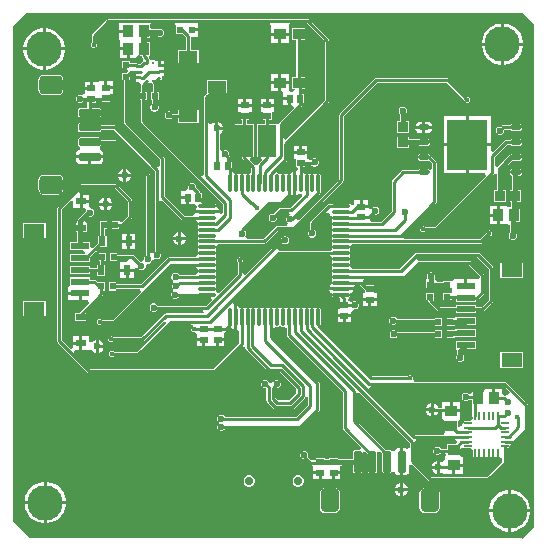
<source format=gbl>
G04*
G04 #@! TF.GenerationSoftware,Altium Limited,Altium Designer,24.10.1 (45)*
G04*
G04 Layer_Physical_Order=4*
G04 Layer_Color=16711680*
%FSLAX25Y25*%
%MOIN*%
G70*
G04*
G04 #@! TF.SameCoordinates,1F7DBCF5-7643-4606-9888-D8ADD4ED05EF*
G04*
G04*
G04 #@! TF.FilePolarity,Positive*
G04*
G01*
G75*
%ADD18C,0.01000*%
%ADD21R,0.02461X0.03268*%
%ADD22R,0.01968X0.02362*%
%ADD24R,0.06102X0.02362*%
%ADD25R,0.07087X0.04724*%
%ADD27R,0.03740X0.03347*%
%ADD29R,0.02362X0.02520*%
%ADD30R,0.03937X0.03543*%
%ADD31R,0.02520X0.02362*%
%ADD32R,0.02362X0.01968*%
G04:AMPARAMS|DCode=42|XSize=27.56mil|YSize=70.87mil|CornerRadius=4.13mil|HoleSize=0mil|Usage=FLASHONLY|Rotation=90.000|XOffset=0mil|YOffset=0mil|HoleType=Round|Shape=RoundedRectangle|*
%AMROUNDEDRECTD42*
21,1,0.02756,0.06260,0,0,90.0*
21,1,0.01929,0.07087,0,0,90.0*
1,1,0.00827,0.03130,0.00965*
1,1,0.00827,0.03130,-0.00965*
1,1,0.00827,-0.03130,-0.00965*
1,1,0.00827,-0.03130,0.00965*
%
%ADD42ROUNDEDRECTD42*%
G04:AMPARAMS|DCode=43|XSize=62.99mil|YSize=78.74mil|CornerRadius=15.75mil|HoleSize=0mil|Usage=FLASHONLY|Rotation=90.000|XOffset=0mil|YOffset=0mil|HoleType=Round|Shape=RoundedRectangle|*
%AMROUNDEDRECTD43*
21,1,0.06299,0.04724,0,0,90.0*
21,1,0.03150,0.07874,0,0,90.0*
1,1,0.03150,0.02362,0.01575*
1,1,0.03150,0.02362,-0.01575*
1,1,0.03150,-0.02362,-0.01575*
1,1,0.03150,-0.02362,0.01575*
%
%ADD43ROUNDEDRECTD43*%
%ADD45R,0.03543X0.03937*%
%ADD95C,0.01500*%
%ADD97C,0.02000*%
%ADD100C,0.02756*%
%ADD101C,0.11811*%
%ADD102C,0.01575*%
%ADD103C,0.02362*%
G04:AMPARAMS|DCode=113|XSize=27.56mil|YSize=70.87mil|CornerRadius=4.13mil|HoleSize=0mil|Usage=FLASHONLY|Rotation=180.000|XOffset=0mil|YOffset=0mil|HoleType=Round|Shape=RoundedRectangle|*
%AMROUNDEDRECTD113*
21,1,0.02756,0.06260,0,0,180.0*
21,1,0.01929,0.07087,0,0,180.0*
1,1,0.00827,-0.00965,0.03130*
1,1,0.00827,0.00965,0.03130*
1,1,0.00827,0.00965,-0.03130*
1,1,0.00827,-0.00965,-0.03130*
%
%ADD113ROUNDEDRECTD113*%
G04:AMPARAMS|DCode=114|XSize=62.99mil|YSize=78.74mil|CornerRadius=15.75mil|HoleSize=0mil|Usage=FLASHONLY|Rotation=180.000|XOffset=0mil|YOffset=0mil|HoleType=Round|Shape=RoundedRectangle|*
%AMROUNDEDRECTD114*
21,1,0.06299,0.04724,0,0,180.0*
21,1,0.03150,0.07874,0,0,180.0*
1,1,0.03150,-0.01575,0.02362*
1,1,0.03150,0.01575,0.02362*
1,1,0.03150,0.01575,-0.02362*
1,1,0.03150,-0.01575,-0.02362*
%
%ADD114ROUNDEDRECTD114*%
%ADD115R,0.13386X0.16929*%
G04:AMPARAMS|DCode=116|XSize=37.01mil|YSize=17.32mil|CornerRadius=6.06mil|HoleSize=0mil|Usage=FLASHONLY|Rotation=0.000|XOffset=0mil|YOffset=0mil|HoleType=Round|Shape=RoundedRectangle|*
%AMROUNDEDRECTD116*
21,1,0.03701,0.00520,0,0,0.0*
21,1,0.02488,0.01732,0,0,0.0*
1,1,0.01213,0.01244,-0.00260*
1,1,0.01213,-0.01244,-0.00260*
1,1,0.01213,-0.01244,0.00260*
1,1,0.01213,0.01244,0.00260*
%
%ADD116ROUNDEDRECTD116*%
%ADD117R,0.03268X0.02461*%
G04:AMPARAMS|DCode=118|XSize=25.2mil|YSize=8.66mil|CornerRadius=1.08mil|HoleSize=0mil|Usage=FLASHONLY|Rotation=180.000|XOffset=0mil|YOffset=0mil|HoleType=Round|Shape=RoundedRectangle|*
%AMROUNDEDRECTD118*
21,1,0.02520,0.00650,0,0,180.0*
21,1,0.02303,0.00866,0,0,180.0*
1,1,0.00217,-0.01152,0.00325*
1,1,0.00217,0.01152,0.00325*
1,1,0.00217,0.01152,-0.00325*
1,1,0.00217,-0.01152,-0.00325*
%
%ADD118ROUNDEDRECTD118*%
G04:AMPARAMS|DCode=119|XSize=25.2mil|YSize=8.66mil|CornerRadius=1.08mil|HoleSize=0mil|Usage=FLASHONLY|Rotation=270.000|XOffset=0mil|YOffset=0mil|HoleType=Round|Shape=RoundedRectangle|*
%AMROUNDEDRECTD119*
21,1,0.02520,0.00650,0,0,270.0*
21,1,0.02303,0.00866,0,0,270.0*
1,1,0.00217,-0.00325,-0.01152*
1,1,0.00217,-0.00325,0.01152*
1,1,0.00217,0.00325,0.01152*
1,1,0.00217,0.00325,-0.01152*
%
%ADD119ROUNDEDRECTD119*%
%ADD120R,0.03937X0.03543*%
%ADD121R,0.06299X0.03937*%
G04:AMPARAMS|DCode=122|XSize=11.02mil|YSize=57.87mil|CornerRadius=1.38mil|HoleSize=0mil|Usage=FLASHONLY|Rotation=270.000|XOffset=0mil|YOffset=0mil|HoleType=Round|Shape=RoundedRectangle|*
%AMROUNDEDRECTD122*
21,1,0.01102,0.05512,0,0,270.0*
21,1,0.00827,0.05787,0,0,270.0*
1,1,0.00276,-0.02756,-0.00413*
1,1,0.00276,-0.02756,0.00413*
1,1,0.00276,0.02756,0.00413*
1,1,0.00276,0.02756,-0.00413*
%
%ADD122ROUNDEDRECTD122*%
G04:AMPARAMS|DCode=123|XSize=57.87mil|YSize=11.02mil|CornerRadius=1.38mil|HoleSize=0mil|Usage=FLASHONLY|Rotation=270.000|XOffset=0mil|YOffset=0mil|HoleType=Round|Shape=RoundedRectangle|*
%AMROUNDEDRECTD123*
21,1,0.05787,0.00827,0,0,270.0*
21,1,0.05512,0.01102,0,0,270.0*
1,1,0.00276,-0.00413,-0.02756*
1,1,0.00276,-0.00413,0.02756*
1,1,0.00276,0.00413,0.02756*
1,1,0.00276,0.00413,-0.02756*
%
%ADD123ROUNDEDRECTD123*%
%ADD124R,0.05906X0.10630*%
%ADD125R,0.03347X0.03740*%
%ADD126R,0.01000X0.01100*%
%ADD127R,0.01100X0.01000*%
G36*
X175714Y172876D02*
Y4976D01*
X172014Y1276D01*
X171814Y1476D01*
X7714D01*
X2214Y6976D01*
Y172076D01*
X6589Y176452D01*
X172139D01*
X175714Y172876D01*
D02*
G37*
%LPC*%
G36*
X166034Y173047D02*
X165854D01*
Y166642D01*
X172260D01*
Y166822D01*
X171994Y168156D01*
X171474Y169413D01*
X170718Y170544D01*
X169756Y171506D01*
X168625Y172261D01*
X167369Y172782D01*
X166034Y173047D01*
D02*
G37*
G36*
X164854D02*
X164674D01*
X163340Y172782D01*
X162083Y172261D01*
X160952Y171506D01*
X159991Y170544D01*
X159235Y169413D01*
X158714Y168156D01*
X158449Y166822D01*
Y166642D01*
X164854D01*
Y173047D01*
D02*
G37*
G36*
X13279Y171472D02*
X13098D01*
Y165067D01*
X19504D01*
Y165247D01*
X19239Y166581D01*
X18718Y167838D01*
X17962Y168969D01*
X17000Y169931D01*
X15869Y170686D01*
X14613Y171207D01*
X13279Y171472D01*
D02*
G37*
G36*
X12098D02*
X11918D01*
X10584Y171207D01*
X9328Y170686D01*
X8196Y169931D01*
X7235Y168969D01*
X6479Y167838D01*
X5958Y166581D01*
X5693Y165247D01*
Y165067D01*
X12098D01*
Y171472D01*
D02*
G37*
G36*
X40042Y164100D02*
X37771D01*
Y161632D01*
X40042D01*
Y164100D01*
D02*
G37*
G36*
X100500Y174514D02*
X34000D01*
X33727Y174459D01*
X33495Y174305D01*
X28595Y169405D01*
X28441Y169173D01*
X28386Y168900D01*
Y166583D01*
X28263Y166459D01*
X28113Y166096D01*
Y165704D01*
X28263Y165341D01*
X28541Y165063D01*
X28904Y164913D01*
X29296D01*
X29659Y165063D01*
X29937Y165341D01*
X30087Y165704D01*
Y166096D01*
X29937Y166459D01*
X29814Y166583D01*
Y168604D01*
X34296Y173086D01*
X37671D01*
Y171000D01*
X40442D01*
Y170000D01*
X37671D01*
Y167532D01*
X37771D01*
Y165100D01*
X40543D01*
Y164600D01*
X41043D01*
Y161632D01*
X43314D01*
Y161668D01*
X43886Y162432D01*
X44144Y162432D01*
X45144Y162143D01*
X45198Y161869D01*
X45353Y161638D01*
X45377Y161614D01*
X45409Y161508D01*
X45427Y160536D01*
X44504Y159614D01*
X43896D01*
X43695Y159814D01*
X43464Y159969D01*
X43191Y160023D01*
X41306D01*
Y160494D01*
X38543D01*
Y158125D01*
X40041D01*
X40445Y157204D01*
X39930Y156557D01*
X38543D01*
Y154188D01*
X39211D01*
Y140176D01*
X39265Y139902D01*
X39420Y139671D01*
X51286Y127804D01*
Y125637D01*
X50286Y125223D01*
X36579Y138930D01*
X36348Y139085D01*
X36075Y139139D01*
X31503D01*
Y139390D01*
X31455Y139629D01*
X31319Y139832D01*
X31117Y139968D01*
X30877Y140015D01*
X24617D01*
X24378Y139968D01*
X24175Y139832D01*
X24039Y139629D01*
X23992Y139390D01*
Y137461D01*
X24039Y137221D01*
X24175Y137018D01*
X24378Y136883D01*
X24617Y136835D01*
X30877D01*
X31117Y136883D01*
X31319Y137018D01*
X31455Y137221D01*
X31503Y137461D01*
Y137712D01*
X35779D01*
X49486Y124004D01*
Y96999D01*
X49418Y96971D01*
X49029Y96582D01*
X47945Y96578D01*
X47814Y96658D01*
Y97401D01*
Y122708D01*
X47759Y122981D01*
X47605Y123213D01*
X36809Y134009D01*
X36577Y134163D01*
X36304Y134218D01*
X31503D01*
Y134468D01*
X31455Y134708D01*
X31319Y134911D01*
X31117Y135046D01*
X30877Y135094D01*
X24617D01*
X24378Y135046D01*
X24175Y134911D01*
X24039Y134708D01*
X23992Y134468D01*
Y132539D01*
X24039Y132300D01*
X24175Y132097D01*
X24378Y131962D01*
X24381Y131961D01*
X24381Y130941D01*
X24066Y130879D01*
X23598Y130566D01*
X23286Y130099D01*
X23176Y129547D01*
Y129083D01*
X27747D01*
X32318D01*
Y129547D01*
X32208Y130099D01*
X31896Y130566D01*
X31429Y130879D01*
X31113Y130941D01*
X31113Y131951D01*
X31119Y131963D01*
X31319Y132097D01*
X31455Y132300D01*
X31503Y132539D01*
Y132744D01*
X31525Y132790D01*
X36008D01*
X46386Y122412D01*
Y97401D01*
Y95599D01*
X46318Y95571D01*
X45929Y95182D01*
X45719Y94675D01*
Y94480D01*
X45476Y93989D01*
X44519Y93690D01*
X42405Y95805D01*
X42173Y95959D01*
X41900Y96014D01*
X37021D01*
Y96681D01*
X34653D01*
Y93919D01*
X37021D01*
Y94586D01*
X40738D01*
X40839Y94434D01*
X40305Y93434D01*
X38030D01*
Y91300D01*
X40260D01*
X42490D01*
Y91311D01*
X43490Y91979D01*
X43619Y91925D01*
X43829Y91418D01*
X44218Y91029D01*
X44725Y90819D01*
X45275D01*
X45782Y91029D01*
X46171Y91418D01*
X46381Y91925D01*
Y92120D01*
X46636Y92637D01*
X47238Y93019D01*
X47375D01*
X47882Y93229D01*
X48271Y93618D01*
X48481Y94125D01*
Y94152D01*
X49418Y94629D01*
X49925Y94419D01*
X50475D01*
X50982Y94629D01*
X51371Y95018D01*
X51581Y95525D01*
Y96075D01*
X51371Y96582D01*
X50982Y96971D01*
X50914Y96999D01*
Y113763D01*
X51914Y114177D01*
X58298Y107792D01*
X58530Y107638D01*
X58803Y107583D01*
X63173D01*
X63789Y106742D01*
Y106063D01*
X63789Y105915D01*
X63831Y105344D01*
X63789Y104773D01*
X63789Y104625D01*
Y104094D01*
X63789Y103946D01*
X63831Y103376D01*
X63789Y102805D01*
X63789Y102657D01*
Y102126D01*
X63789Y101978D01*
X63831Y101407D01*
X63789Y100836D01*
X63789Y100688D01*
Y100157D01*
X63789Y100010D01*
X63831Y99439D01*
X63789Y98868D01*
X63789Y98720D01*
Y98189D01*
X63789Y98041D01*
X63831Y97470D01*
X63789Y96899D01*
X63789Y96751D01*
Y96231D01*
X63789Y96072D01*
X63173Y95231D01*
X54317D01*
X54044Y95177D01*
X53813Y95022D01*
X44904Y86114D01*
X36653D01*
Y86781D01*
X34284D01*
Y84019D01*
X36653D01*
Y84686D01*
X44463D01*
X44877Y83686D01*
X35504Y74314D01*
X31783D01*
X31659Y74437D01*
X31296Y74587D01*
X30904D01*
X30541Y74437D01*
X30263Y74159D01*
X30113Y73796D01*
Y73404D01*
X30263Y73041D01*
X30541Y72763D01*
X30904Y72613D01*
X31296D01*
X31659Y72763D01*
X31783Y72886D01*
X35800D01*
X36073Y72941D01*
X36305Y73095D01*
X55044Y91835D01*
X63173D01*
X63789Y90994D01*
X63789Y90846D01*
Y90315D01*
X63789Y90167D01*
X63185Y89314D01*
X57599D01*
X57571Y89382D01*
X57182Y89771D01*
X56675Y89981D01*
X56125D01*
X55618Y89771D01*
X55229Y89382D01*
X55019Y88875D01*
Y88325D01*
X55229Y87818D01*
X55447Y87600D01*
X55600Y87217D01*
X55530Y86383D01*
X55429Y86282D01*
X55219Y85775D01*
Y85225D01*
X55388Y84817D01*
X55432Y84497D01*
X55440Y83851D01*
X55222Y83576D01*
X55129Y83482D01*
X54919Y82975D01*
Y82425D01*
X55129Y81918D01*
X55518Y81529D01*
X56025Y81319D01*
X56575D01*
X57082Y81529D01*
X57471Y81918D01*
X57502Y81993D01*
X63998D01*
X64155Y81927D01*
X68292D01*
X68675Y81003D01*
X66732Y79060D01*
X50313D01*
X50285Y79129D01*
X49896Y79517D01*
X49389Y79728D01*
X48839D01*
X48332Y79517D01*
X47943Y79129D01*
X47733Y78621D01*
Y78072D01*
X47943Y77564D01*
X48332Y77176D01*
X48839Y76965D01*
X49389D01*
X49896Y77176D01*
X50285Y77564D01*
X50313Y77633D01*
X65397D01*
X65932Y76633D01*
X65778Y76403D01*
X53150D01*
X52877Y76348D01*
X52645Y76194D01*
X44965Y68514D01*
X35683D01*
X35559Y68637D01*
X35196Y68787D01*
X34804D01*
X34441Y68637D01*
X34163Y68359D01*
X34013Y67996D01*
Y67604D01*
X34163Y67241D01*
X34441Y66963D01*
X34804Y66813D01*
X35196D01*
X35559Y66963D01*
X35683Y67086D01*
X45261D01*
X45534Y67141D01*
X45765Y67295D01*
X52785Y74315D01*
X52872Y74296D01*
X53189Y73198D01*
X43604Y63614D01*
X35883D01*
X35759Y63737D01*
X35396Y63887D01*
X35004D01*
X34641Y63737D01*
X34363Y63459D01*
X34213Y63096D01*
Y62704D01*
X34363Y62341D01*
X34641Y62063D01*
X35004Y61913D01*
X35396D01*
X35759Y62063D01*
X35883Y62186D01*
X43900D01*
X44173Y62241D01*
X44405Y62395D01*
X55016Y73007D01*
X61257D01*
X62090Y72603D01*
X62209Y72007D01*
X62041Y71937D01*
X61763Y71659D01*
X61613Y71296D01*
Y70904D01*
X61763Y70541D01*
X62041Y70263D01*
X62404Y70113D01*
X62696D01*
X62851Y70061D01*
X63574Y69371D01*
Y68138D01*
X65834D01*
Y67638D01*
X66334D01*
Y65457D01*
X68094D01*
Y65457D01*
X68174Y65424D01*
X68174Y65424D01*
X69080Y65424D01*
X69934D01*
Y67606D01*
X70434D01*
Y68106D01*
X72694D01*
Y69787D01*
X73415Y70459D01*
X73575Y70565D01*
X74636Y71627D01*
X75205Y71571D01*
X75581Y71320D01*
X75939Y71249D01*
Y75147D01*
Y79238D01*
X75565Y79991D01*
X75538Y80238D01*
X91073Y95772D01*
X107819D01*
X108435Y94931D01*
X108435Y94783D01*
Y94252D01*
X108435Y94104D01*
X108477Y93533D01*
X108435Y92962D01*
X108435Y92814D01*
Y92283D01*
X108435Y92136D01*
X108477Y91565D01*
X108435Y90994D01*
X108435Y90846D01*
Y90315D01*
X108435Y90167D01*
X108477Y89596D01*
X108435Y89025D01*
X108435Y88877D01*
Y88346D01*
X108435Y88199D01*
X108477Y87628D01*
X108435Y87057D01*
X108435Y86909D01*
Y86230D01*
X108403Y86169D01*
X108357Y86160D01*
X107981Y85909D01*
X107729Y85532D01*
X107658Y85175D01*
X111557D01*
X115551D01*
X116218Y85916D01*
X116247Y85930D01*
X117861D01*
X119642Y84149D01*
X119503Y83149D01*
X118940D01*
Y81468D01*
X121200D01*
X123460D01*
Y83149D01*
X122660D01*
Y85813D01*
X119996D01*
X118911Y86898D01*
X119260Y87884D01*
X119271Y87898D01*
X132912D01*
X133185Y87952D01*
X133416Y88107D01*
X137796Y92486D01*
X154204D01*
X157886Y88804D01*
Y88565D01*
X157242Y87832D01*
X156886Y87832D01*
X153691D01*
Y85651D01*
X152691D01*
Y87832D01*
X149139D01*
Y87736D01*
X148381Y87153D01*
X148139Y87153D01*
X145619D01*
Y86937D01*
X143470D01*
X142709Y87856D01*
X142720Y88137D01*
X142881Y88525D01*
Y89075D01*
X142671Y89582D01*
X142282Y89971D01*
X141775Y90181D01*
X141225D01*
X140718Y89971D01*
X140329Y89582D01*
X140119Y89075D01*
Y88525D01*
X140273Y88153D01*
X139919Y87153D01*
X139919D01*
Y84784D01*
X142681D01*
Y85000D01*
X145619D01*
Y84784D01*
X148139D01*
X148381Y84784D01*
X148605Y84612D01*
Y83388D01*
X148461Y83277D01*
X148245Y83216D01*
X145619D01*
Y80847D01*
X148381D01*
Y81318D01*
X149939D01*
Y80333D01*
X156442D01*
Y81001D01*
X156914D01*
X157187Y81055D01*
X157419Y81209D01*
X159105Y82895D01*
X159259Y83127D01*
X159314Y83400D01*
Y89100D01*
X159259Y89373D01*
X159105Y89605D01*
X155005Y93705D01*
X154773Y93859D01*
X154500Y93914D01*
X137500D01*
X137466Y93907D01*
X136891Y94619D01*
X136844Y94725D01*
X137222Y95186D01*
X157004D01*
X160886Y91304D01*
Y80996D01*
X158404Y78514D01*
X156442D01*
Y79158D01*
X149939D01*
Y78614D01*
X144496D01*
X142558Y80551D01*
X142681Y80847D01*
X142681D01*
Y83216D01*
X139919D01*
Y80847D01*
X140586D01*
Y80800D01*
X140641Y80527D01*
X140795Y80295D01*
X143695Y77395D01*
X143927Y77241D01*
X144200Y77186D01*
X149939D01*
Y76396D01*
X156442D01*
Y77086D01*
X158700D01*
X158973Y77141D01*
X159205Y77295D01*
X162105Y80195D01*
X162259Y80427D01*
X162314Y80700D01*
Y91600D01*
X162259Y91873D01*
X162105Y92105D01*
X157805Y96405D01*
X157573Y96559D01*
X157300Y96614D01*
X136800D01*
X136527Y96559D01*
X136295Y96405D01*
X131185Y91294D01*
X115295D01*
X114678Y92135D01*
X114678Y92283D01*
Y92814D01*
X114678Y92962D01*
X114637Y93533D01*
X114678Y94104D01*
X114678Y94252D01*
Y94783D01*
X114678Y94931D01*
X114637Y95502D01*
X114678Y96072D01*
X114678Y96220D01*
Y96751D01*
X114678Y96899D01*
X114637Y97470D01*
X114678Y98041D01*
X114678Y98189D01*
Y98709D01*
X114678Y98868D01*
X115295Y99709D01*
X158323D01*
X158596Y99764D01*
X158827Y99918D01*
X161022Y102113D01*
X161196D01*
X161559Y102263D01*
X161837Y102541D01*
X161987Y102904D01*
Y103296D01*
X161837Y103659D01*
X161559Y103937D01*
X161196Y104087D01*
X160804D01*
X160441Y103937D01*
X160163Y103659D01*
X160013Y103296D01*
Y103122D01*
X158027Y101137D01*
X132606D01*
X132594Y101151D01*
X132246Y102137D01*
X143205Y113095D01*
X143359Y113327D01*
X143414Y113600D01*
Y126700D01*
X143359Y126973D01*
X143205Y127205D01*
X141482Y128928D01*
X141250Y129082D01*
X141073Y129118D01*
X140975Y129264D01*
X140708Y129442D01*
X140394Y129505D01*
X137906D01*
X137591Y129442D01*
X137324Y129264D01*
X137146Y128997D01*
X137083Y128683D01*
Y128163D01*
X137146Y127848D01*
X137324Y127582D01*
X137591Y127403D01*
X137906Y127341D01*
X140394D01*
X140708Y127403D01*
X140875Y127515D01*
X141986Y126404D01*
Y124545D01*
X140986Y124247D01*
X140975Y124264D01*
X140708Y124442D01*
X140394Y124505D01*
X137906D01*
X137591Y124442D01*
X137324Y124264D01*
X137239Y124136D01*
X132223D01*
X131950Y124082D01*
X131718Y123927D01*
X128595Y120805D01*
X128441Y120573D01*
X128386Y120300D01*
Y110496D01*
X124933Y107042D01*
X121645D01*
X121355Y108002D01*
X121354Y108042D01*
X122590Y109277D01*
X122658Y109249D01*
X123208D01*
X123715Y109459D01*
X124104Y109848D01*
X124314Y110355D01*
Y110905D01*
X124104Y111412D01*
X123715Y111801D01*
X123208Y112011D01*
X122658D01*
X122151Y111801D01*
X121762Y111412D01*
X121552Y110905D01*
X121494Y110886D01*
X120654Y111502D01*
X118234D01*
Y112002D01*
X117734D01*
Y114183D01*
X115974D01*
Y112676D01*
X115678Y112485D01*
X115392Y112531D01*
X114571Y112906D01*
X114313Y113013D01*
X108801D01*
X108643Y112948D01*
X107664D01*
X107390Y112893D01*
X107159Y112739D01*
X101395Y106975D01*
X101241Y106743D01*
X101186Y106470D01*
Y104299D01*
X101118Y104271D01*
X100729Y103882D01*
X100519Y103375D01*
Y102825D01*
X100729Y102318D01*
X101118Y101929D01*
X101625Y101719D01*
X102175D01*
X102682Y101929D01*
X103071Y102318D01*
X103281Y102825D01*
Y103375D01*
X103071Y103882D01*
X102682Y104271D01*
X102614Y104299D01*
Y106175D01*
X106641Y110202D01*
X107490Y109905D01*
X107651Y109798D01*
X107729Y109408D01*
X107981Y109032D01*
X108357Y108780D01*
X108403Y108771D01*
X108435Y108710D01*
Y108031D01*
X108435Y107884D01*
X108477Y107313D01*
X108435Y106742D01*
X108435Y106594D01*
Y106063D01*
X108435Y105915D01*
X108477Y105344D01*
X108435Y104773D01*
X108435Y104625D01*
Y104094D01*
X108435Y103946D01*
X108477Y103376D01*
X108435Y102805D01*
X108435Y102657D01*
Y102126D01*
X108435Y101978D01*
X108477Y101407D01*
X108435Y100836D01*
X108435Y100688D01*
Y100157D01*
X108435Y100010D01*
X108477Y99439D01*
X108435Y98868D01*
X108435Y98720D01*
Y98199D01*
X108435Y98041D01*
X107819Y97199D01*
X90777D01*
X90762Y97197D01*
X90213Y98062D01*
X91949Y99798D01*
X92132Y99615D01*
X92640Y99405D01*
X93189D01*
X93697Y99615D01*
X94085Y100003D01*
X94296Y100511D01*
Y101060D01*
X94085Y101568D01*
X93697Y101956D01*
X93189Y102167D01*
X92640D01*
X92132Y101956D01*
X91743Y101568D01*
X91696Y101453D01*
X91654Y101445D01*
X91423Y101290D01*
X79470Y89337D01*
X78470Y89751D01*
Y93412D01*
X78593Y93535D01*
X78743Y93898D01*
Y94291D01*
X78593Y94654D01*
X78315Y94932D01*
X77952Y95082D01*
X77560D01*
X77197Y94932D01*
X76919Y94654D01*
X76768Y94291D01*
Y93898D01*
X76919Y93535D01*
X77042Y93412D01*
Y89370D01*
X70961Y83289D01*
X70011Y83416D01*
X69991Y83691D01*
X70033Y84261D01*
X70033Y84409D01*
Y84940D01*
X70033Y85088D01*
X69991Y85659D01*
X70033Y86230D01*
X70033Y86378D01*
Y86909D01*
X70033Y87057D01*
X69991Y87628D01*
X70033Y88198D01*
X70033Y88346D01*
Y88877D01*
X70033Y89025D01*
X69991Y89596D01*
X70033Y90167D01*
X70033Y90315D01*
Y90846D01*
X70033Y90994D01*
X69991Y91565D01*
X70033Y92135D01*
X70033Y92283D01*
Y92814D01*
X70033Y92962D01*
X69991Y93533D01*
X70033Y94104D01*
X70033Y94252D01*
Y94783D01*
X70033Y94931D01*
X69991Y95502D01*
X70033Y96072D01*
X70033Y96220D01*
Y96751D01*
X70033Y96899D01*
X69991Y97470D01*
X70033Y98041D01*
X70033Y98189D01*
Y98709D01*
X70033Y98868D01*
X70649Y99709D01*
X85954D01*
X86228Y99764D01*
X86459Y99918D01*
X90748Y104208D01*
X95866D01*
X96139Y104262D01*
X96371Y104417D01*
X104835Y112881D01*
X112205Y120250D01*
X112359Y120482D01*
X112414Y120755D01*
Y142304D01*
X123496Y153386D01*
X146804D01*
X152613Y147578D01*
Y147404D01*
X152763Y147041D01*
X153041Y146763D01*
X153404Y146613D01*
X153796D01*
X154159Y146763D01*
X154437Y147041D01*
X154587Y147404D01*
Y147796D01*
X154437Y148159D01*
X154159Y148437D01*
X153796Y148587D01*
X153622D01*
X147605Y154605D01*
X147373Y154759D01*
X147100Y154814D01*
X123200D01*
X122927Y154759D01*
X122695Y154605D01*
X111195Y143105D01*
X111041Y142873D01*
X110986Y142600D01*
Y121051D01*
X103826Y113891D01*
X97581Y107646D01*
X96545Y108024D01*
X96529Y108219D01*
X104502Y116193D01*
X104657Y116425D01*
X104711Y116698D01*
Y116879D01*
X104777Y117037D01*
Y122549D01*
X104670Y122807D01*
X104411Y122914D01*
X103732D01*
X103584Y122914D01*
X103013Y122873D01*
X102443Y122914D01*
X102295Y122914D01*
X101763D01*
X101616Y122914D01*
X101045Y122873D01*
X100474Y122914D01*
X100326Y122914D01*
X99806D01*
X99647Y122914D01*
X98806Y123531D01*
Y125287D01*
X99560D01*
Y125954D01*
X101620D01*
X101974Y125601D01*
X102481Y125391D01*
X103031D01*
X103538Y125601D01*
X103927Y125989D01*
X104137Y126497D01*
Y127046D01*
X103927Y127554D01*
X103538Y127943D01*
X103031Y128153D01*
X102481D01*
X101974Y127943D01*
X101585Y127554D01*
X100595Y127776D01*
X100360Y127951D01*
Y129632D01*
X98100D01*
X95840D01*
Y127951D01*
X96640D01*
Y125287D01*
X96886D01*
X96990Y125105D01*
X97139Y124460D01*
X96624Y123893D01*
Y119793D01*
Y115894D01*
X96981Y115965D01*
X97357Y116217D01*
X97467Y116381D01*
X98090Y116413D01*
X98421Y115906D01*
X98513Y115422D01*
X94704Y111614D01*
X91400D01*
X91127Y111559D01*
X90895Y111405D01*
X89143Y109653D01*
X89075Y109681D01*
X88525D01*
X88018Y109471D01*
X87629Y109082D01*
X87419Y108575D01*
Y108025D01*
X87629Y107518D01*
X88018Y107129D01*
X88525Y106919D01*
X89075D01*
X89582Y107129D01*
X89971Y107518D01*
X90181Y108025D01*
Y108575D01*
X90153Y108643D01*
X91696Y110186D01*
X94097D01*
X94626Y109186D01*
X94623Y109181D01*
X94325D01*
X93818Y108971D01*
X93429Y108582D01*
X93219Y108075D01*
Y107525D01*
X93429Y107018D01*
X93812Y106635D01*
X93812Y106601D01*
X93605Y105635D01*
X90453D01*
X90180Y105581D01*
X89948Y105426D01*
X85659Y101137D01*
X80043D01*
X79680Y102137D01*
X79813Y102269D01*
X80023Y102777D01*
Y103326D01*
X79813Y103833D01*
X79483Y104163D01*
X87993Y112672D01*
X91634D01*
X91907Y112726D01*
X92138Y112881D01*
X94574Y115317D01*
X94660Y115402D01*
Y115402D01*
X95191Y115895D01*
X95624Y115880D01*
Y119793D01*
Y123692D01*
X95266Y123621D01*
X94890Y123369D01*
X94639Y122993D01*
X94629Y122947D01*
X94569Y122914D01*
X93889D01*
X93742Y122914D01*
X93171Y122873D01*
X92600Y122914D01*
X92452Y122914D01*
X91921D01*
X91773Y122914D01*
X91202Y122873D01*
X90632Y122914D01*
X90224Y123914D01*
X93405Y127095D01*
X93559Y127327D01*
X93614Y127600D01*
Y132704D01*
X97005Y136095D01*
X107493Y146583D01*
X107648Y146815D01*
X107702Y147088D01*
Y167312D01*
X107648Y167585D01*
X107493Y167816D01*
X101005Y174305D01*
X100773Y174459D01*
X100500Y174514D01*
D02*
G37*
G36*
X172260Y165642D02*
X165854D01*
Y159236D01*
X166034D01*
X167369Y159502D01*
X168625Y160022D01*
X169756Y160778D01*
X170718Y161740D01*
X171474Y162871D01*
X171994Y164128D01*
X172260Y165462D01*
Y165642D01*
D02*
G37*
G36*
X164854D02*
X158449D01*
Y165462D01*
X158714Y164128D01*
X159235Y162871D01*
X159991Y161740D01*
X160952Y160778D01*
X162083Y160022D01*
X163340Y159502D01*
X164674Y159236D01*
X164854D01*
Y165642D01*
D02*
G37*
G36*
X19504Y164067D02*
X13098D01*
Y157661D01*
X13279D01*
X14613Y157927D01*
X15869Y158447D01*
X17000Y159203D01*
X17962Y160165D01*
X18718Y161296D01*
X19239Y162553D01*
X19504Y163887D01*
Y164067D01*
D02*
G37*
G36*
X12098D02*
X5693D01*
Y163887D01*
X5958Y162553D01*
X6479Y161296D01*
X7235Y160165D01*
X8196Y159203D01*
X9328Y158447D01*
X10584Y157927D01*
X11918Y157661D01*
X12098D01*
Y164067D01*
D02*
G37*
G36*
X35460Y153813D02*
X33700D01*
Y152132D01*
X35460D01*
Y153813D01*
D02*
G37*
G36*
X27861Y153578D02*
X26102D01*
Y151897D01*
X27861D01*
Y153578D01*
D02*
G37*
G36*
X17117Y155983D02*
X12393D01*
X11700Y155845D01*
X11113Y155453D01*
X10721Y154866D01*
X10583Y154173D01*
Y151024D01*
X10721Y150331D01*
X11113Y149744D01*
X11700Y149352D01*
X12393Y149214D01*
X17117D01*
X17810Y149352D01*
X18397Y149744D01*
X18789Y150331D01*
X18927Y151024D01*
Y154173D01*
X18789Y154866D01*
X18397Y155453D01*
X17810Y155845D01*
X17117Y155983D01*
D02*
G37*
G36*
X30940Y153813D02*
X30621Y153578D01*
X28861D01*
Y151397D01*
X28361D01*
Y150897D01*
X26102D01*
Y149707D01*
X25756Y149450D01*
X25118Y149175D01*
X24783Y149314D01*
X24233D01*
X23726Y149104D01*
X23337Y148715D01*
X23127Y148208D01*
Y147658D01*
X23337Y147151D01*
X23726Y146762D01*
X24233Y146552D01*
X24783D01*
X25290Y146762D01*
X25679Y147151D01*
X25707Y147219D01*
X26902D01*
Y146551D01*
X27033D01*
Y144936D01*
X24617D01*
X24378Y144889D01*
X24175Y144753D01*
X24039Y144550D01*
X23992Y144311D01*
Y142382D01*
X24039Y142143D01*
X24175Y141940D01*
X24378Y141804D01*
X24617Y141756D01*
X30877D01*
X31117Y141804D01*
X31319Y141940D01*
X31455Y142143D01*
X31503Y142382D01*
Y144311D01*
X31455Y144550D01*
X31319Y144753D01*
X31117Y144889D01*
X30877Y144936D01*
X28461D01*
Y146551D01*
X29821D01*
Y147219D01*
X31740D01*
Y146787D01*
X34660D01*
Y149451D01*
X35460D01*
Y151132D01*
X33200D01*
Y151632D01*
X32700D01*
Y153813D01*
X30940D01*
Y153813D01*
D02*
G37*
G36*
X140394Y140320D02*
X139650D01*
Y138923D01*
X141984D01*
X141907Y139309D01*
X141552Y139841D01*
X141020Y140196D01*
X140394Y140320D01*
D02*
G37*
G36*
X138650D02*
X137906D01*
X137279Y140196D01*
X136747Y139841D01*
X136392Y139309D01*
X136316Y138923D01*
X138650D01*
Y140320D01*
D02*
G37*
G36*
X171063Y139505D02*
X168575D01*
X168260Y139442D01*
X167993Y139264D01*
X167908Y139137D01*
X165623D01*
X165350Y139082D01*
X165118Y138927D01*
X164843Y138653D01*
X164775Y138681D01*
X164225D01*
X163718Y138471D01*
X163329Y138082D01*
X163119Y137575D01*
Y137025D01*
X163329Y136518D01*
X163718Y136129D01*
X164225Y135919D01*
X164775D01*
X165282Y136129D01*
X165671Y136518D01*
X165881Y137025D01*
Y137575D01*
X166805Y137709D01*
X167908D01*
X167993Y137582D01*
X168260Y137404D01*
X168575Y137341D01*
X171063D01*
X171378Y137404D01*
X171644Y137582D01*
X171823Y137848D01*
X171885Y138163D01*
Y138683D01*
X171823Y138997D01*
X171644Y139264D01*
X171378Y139442D01*
X171063Y139505D01*
D02*
G37*
G36*
X132475Y145381D02*
X131925D01*
X131418Y145171D01*
X131029Y144782D01*
X130819Y144275D01*
Y143725D01*
X131029Y143218D01*
X131231Y143015D01*
Y140432D01*
X130130D01*
Y136686D01*
X134270D01*
Y140432D01*
X133169D01*
Y143015D01*
X133371Y143218D01*
X133581Y143725D01*
Y144275D01*
X133371Y144782D01*
X132982Y145171D01*
X132475Y145381D01*
D02*
G37*
G36*
X141984Y137923D02*
X139650D01*
Y136525D01*
X140394D01*
X141020Y136650D01*
X141552Y137005D01*
X141907Y137536D01*
X141984Y137923D01*
D02*
G37*
G36*
X138650D02*
X136316D01*
X136392Y137536D01*
X136747Y137005D01*
X137279Y136650D01*
X137906Y136525D01*
X138650D01*
Y137923D01*
D02*
G37*
G36*
X161390Y142159D02*
X154197D01*
Y133194D01*
X161390D01*
Y142159D01*
D02*
G37*
G36*
X153197D02*
X146004D01*
Y133194D01*
X153197D01*
Y142159D01*
D02*
G37*
G36*
X171063Y134505D02*
X168575D01*
X168260Y134442D01*
X167993Y134264D01*
X167908Y134136D01*
X166523D01*
X166250Y134082D01*
X166018Y133928D01*
X162390Y130299D01*
X161390Y130713D01*
Y132194D01*
X154197D01*
Y123230D01*
X159614D01*
X159997Y122306D01*
X142904Y105214D01*
X139683D01*
X139559Y105337D01*
X139196Y105487D01*
X138804D01*
X138441Y105337D01*
X138163Y105059D01*
X138013Y104696D01*
Y104304D01*
X138163Y103941D01*
X138441Y103663D01*
X138804Y103513D01*
X139196D01*
X139559Y103663D01*
X139683Y103786D01*
X143200D01*
X143473Y103841D01*
X143705Y103995D01*
X162505Y122795D01*
X162572Y122897D01*
X163085Y122889D01*
X163572Y122730D01*
Y117670D01*
X162668D01*
Y113530D01*
X166414D01*
Y117670D01*
X165509D01*
Y124240D01*
X168611Y127341D01*
X171063D01*
X171378Y127403D01*
X171644Y127582D01*
X171823Y127848D01*
X171885Y128163D01*
Y128683D01*
X171823Y128997D01*
X171644Y129264D01*
X171378Y129442D01*
X171063Y129505D01*
X168575D01*
X168260Y129442D01*
X168125Y129352D01*
X167952Y129318D01*
X167638Y129108D01*
X163856Y125326D01*
X162889Y125678D01*
X162714Y125810D01*
Y128604D01*
X166818Y132709D01*
X167908D01*
X167993Y132582D01*
X168260Y132404D01*
X168575Y132341D01*
X171063D01*
X171378Y132404D01*
X171644Y132582D01*
X171823Y132848D01*
X171885Y133163D01*
Y133683D01*
X171823Y133997D01*
X171644Y134264D01*
X171378Y134442D01*
X171063Y134505D01*
D02*
G37*
G36*
X134270Y135314D02*
X130130D01*
Y131568D01*
X134270D01*
Y132472D01*
X137488D01*
X137591Y132404D01*
X137906Y132341D01*
X140394D01*
X140708Y132404D01*
X140975Y132582D01*
X141153Y132848D01*
X141216Y133163D01*
Y133683D01*
X141153Y133997D01*
X140975Y134264D01*
X140708Y134442D01*
X140394Y134505D01*
X137906D01*
X137591Y134442D01*
X137542Y134409D01*
X134270D01*
Y135314D01*
D02*
G37*
G36*
X100360Y132313D02*
X98600D01*
Y130632D01*
X100360D01*
Y132313D01*
D02*
G37*
G36*
X97600D02*
X95840D01*
Y130632D01*
X97600D01*
Y132313D01*
D02*
G37*
G36*
X32318Y128083D02*
X28247D01*
Y126177D01*
X30877D01*
X31429Y126287D01*
X31896Y126599D01*
X32208Y127067D01*
X32318Y127618D01*
Y128083D01*
D02*
G37*
G36*
X27247D02*
X23176D01*
Y127618D01*
X23286Y127067D01*
X23598Y126599D01*
X24066Y126287D01*
X24617Y126177D01*
X27247D01*
Y128083D01*
D02*
G37*
G36*
X153197Y132194D02*
X146004D01*
Y123230D01*
X153197D01*
Y132194D01*
D02*
G37*
G36*
X39968Y124595D02*
Y122941D01*
X41622D01*
X41317Y123676D01*
X40704Y124290D01*
X39968Y124595D01*
D02*
G37*
G36*
X38969D02*
X38233Y124290D01*
X37620Y123676D01*
X37315Y122941D01*
X38969D01*
Y124595D01*
D02*
G37*
G36*
X41622Y121941D02*
X39968D01*
Y120287D01*
X40704Y120592D01*
X41317Y121205D01*
X41622Y121941D01*
D02*
G37*
G36*
X38969D02*
X37315D01*
X37620Y121205D01*
X38233Y120592D01*
X38969Y120287D01*
Y121941D01*
D02*
G37*
G36*
X17117Y122715D02*
X12393D01*
X11700Y122577D01*
X11113Y122185D01*
X10721Y121598D01*
X10583Y120905D01*
Y117756D01*
X10721Y117063D01*
X11113Y116476D01*
X11700Y116084D01*
X12393Y115946D01*
X17117D01*
X17810Y116084D01*
X18397Y116476D01*
X18789Y117063D01*
X18927Y117756D01*
Y120905D01*
X18789Y121598D01*
X18397Y122185D01*
X17810Y122577D01*
X17117Y122715D01*
D02*
G37*
G36*
X27634Y116010D02*
X25500D01*
Y114280D01*
X27634D01*
Y116010D01*
D02*
G37*
G36*
X33669Y115047D02*
Y113394D01*
X35323D01*
X35018Y114129D01*
X34405Y114743D01*
X33669Y115047D01*
D02*
G37*
G36*
X32669D02*
X31934Y114743D01*
X31320Y114129D01*
X31016Y113394D01*
X32669D01*
Y115047D01*
D02*
G37*
G36*
X120494Y114183D02*
X118734D01*
Y112502D01*
X120494D01*
Y114183D01*
D02*
G37*
G36*
X171063Y124505D02*
X168575D01*
X168260Y124442D01*
X167993Y124264D01*
X167815Y123997D01*
X167753Y123683D01*
Y123163D01*
X167815Y122848D01*
X167993Y122582D01*
X168260Y122404D01*
X168575Y122341D01*
X168690D01*
Y117670D01*
X167786D01*
Y113530D01*
X168289D01*
Y111976D01*
X168106Y111792D01*
X166832Y111874D01*
X166714Y112032D01*
Y112068D01*
X164443D01*
Y109100D01*
Y106131D01*
X166714D01*
Y106131D01*
X167677Y106043D01*
X167831Y105992D01*
Y103285D01*
X167629Y103082D01*
X167419Y102575D01*
Y102025D01*
X167629Y101518D01*
X168018Y101129D01*
X168525Y100919D01*
X169075D01*
X169582Y101129D01*
X169971Y101518D01*
X170181Y102025D01*
Y102575D01*
X169971Y103082D01*
X169769Y103285D01*
Y106931D01*
X171229D01*
Y111268D01*
X170226D01*
Y113530D01*
X171532D01*
Y117670D01*
X170628D01*
Y122341D01*
X171063D01*
X171378Y122404D01*
X171644Y122582D01*
X171823Y122848D01*
X171885Y123163D01*
Y123683D01*
X171823Y123997D01*
X171644Y124264D01*
X171378Y124442D01*
X171063Y124505D01*
D02*
G37*
G36*
X35323Y112394D02*
X33669D01*
Y110740D01*
X34405Y111045D01*
X35018Y111658D01*
X35323Y112394D01*
D02*
G37*
G36*
X32669D02*
X31016D01*
X31320Y111658D01*
X31934Y111045D01*
X32669Y110740D01*
Y112394D01*
D02*
G37*
G36*
X163443Y112068D02*
X161171D01*
Y109600D01*
X163443D01*
Y112068D01*
D02*
G37*
G36*
X27634Y113280D02*
X25500D01*
Y111550D01*
X26082D01*
X26171Y111445D01*
X26375Y111094D01*
X26480Y110550D01*
X23931Y108001D01*
X23721Y107686D01*
X23647Y107316D01*
Y106450D01*
X23166D01*
Y103590D01*
X23647D01*
Y100223D01*
X21365D01*
Y97461D01*
X25644D01*
X26178Y96461D01*
X26061Y96286D01*
X21365D01*
Y93524D01*
X27867D01*
Y95237D01*
X30002Y97373D01*
X30716Y96672D01*
X30716Y95685D01*
Y93919D01*
X31186D01*
Y92634D01*
X30070D01*
Y91514D01*
X27867D01*
Y92349D01*
X21365D01*
Y89587D01*
X27867D01*
Y90086D01*
X30070D01*
Y88966D01*
X32930D01*
Y92634D01*
X32614D01*
Y93919D01*
X33084D01*
Y96681D01*
X31716D01*
X30725Y96681D01*
X30024Y97395D01*
X31196Y98566D01*
X33450D01*
Y102234D01*
X32734D01*
Y104419D01*
X33616D01*
Y107181D01*
X31247D01*
Y104419D01*
X31306D01*
Y102234D01*
X30590D01*
Y99979D01*
X28867Y98256D01*
X27867Y98670D01*
Y100223D01*
X25584D01*
Y103590D01*
X26834D01*
Y106450D01*
X26534D01*
X26120Y107450D01*
X27387Y108718D01*
X27625Y108619D01*
X28175D01*
X28682Y108829D01*
X29071Y109218D01*
X29281Y109725D01*
Y110275D01*
X29071Y110782D01*
X28682Y111171D01*
X28175Y111381D01*
X27634Y112147D01*
Y113280D01*
D02*
G37*
G36*
X36400Y119514D02*
X25000D01*
X24727Y119459D01*
X24495Y119305D01*
X17195Y112005D01*
X17041Y111773D01*
X16986Y111500D01*
Y67100D01*
X17041Y66827D01*
X17195Y66595D01*
X26995Y56795D01*
X27227Y56641D01*
X27500Y56586D01*
X69500D01*
X69773Y56641D01*
X70005Y56795D01*
X78662Y65452D01*
X79647Y65104D01*
X79662Y65092D01*
Y64903D01*
X79716Y64630D01*
X79871Y64398D01*
X87074Y57195D01*
X87306Y57041D01*
X87579Y56986D01*
X91104D01*
X96686Y51404D01*
Y49796D01*
X94304Y47414D01*
X90507D01*
X89625Y48296D01*
Y50538D01*
X89799Y51462D01*
X90349D01*
X90856Y51672D01*
X91245Y52061D01*
X91455Y52568D01*
Y53118D01*
X91245Y53625D01*
X90856Y54014D01*
X90349Y54224D01*
X89799D01*
X89292Y54014D01*
X88903Y53625D01*
X88901Y53621D01*
X87931Y53219D01*
X87545Y53424D01*
X87420Y53725D01*
X87032Y54114D01*
X86524Y54324D01*
X85975D01*
X85467Y54114D01*
X85079Y53725D01*
X84868Y53218D01*
Y52668D01*
X85079Y52161D01*
X85467Y51772D01*
X85975Y51562D01*
X86524D01*
X86698Y50638D01*
Y47379D01*
X86752Y47106D01*
X86907Y46874D01*
X89086Y44695D01*
X89317Y44541D01*
X89590Y44486D01*
X95221D01*
X95494Y44541D01*
X95726Y44695D01*
X99405Y48374D01*
X99559Y48605D01*
X99586Y48741D01*
X100586Y48642D01*
Y45996D01*
X96604Y42014D01*
X72899D01*
X72871Y42082D01*
X72482Y42471D01*
X71975Y42681D01*
X71425D01*
X70918Y42471D01*
X70529Y42082D01*
X70319Y41575D01*
Y41025D01*
X70529Y40518D01*
X70824Y39950D01*
X70529Y39382D01*
X70319Y38875D01*
Y38325D01*
X70529Y37818D01*
X70918Y37429D01*
X71425Y37219D01*
X71975D01*
X72482Y37429D01*
X72871Y37818D01*
X72899Y37886D01*
X98000D01*
X98273Y37941D01*
X98505Y38095D01*
X104205Y43795D01*
X104359Y44027D01*
X104414Y44300D01*
Y53200D01*
X104359Y53473D01*
X104205Y53705D01*
X88963Y68946D01*
Y71409D01*
X89805Y72026D01*
X89952Y72026D01*
X90484D01*
X90631Y72026D01*
X91202Y72067D01*
X91773Y72026D01*
X91921Y72026D01*
X92441D01*
X92600Y72026D01*
X93441Y71409D01*
Y69345D01*
X93496Y69072D01*
X93651Y68840D01*
X112186Y50304D01*
Y38100D01*
X112241Y37827D01*
X112395Y37595D01*
X118205Y31786D01*
X118144Y31451D01*
X117768Y30809D01*
X116099D01*
X115860Y30761D01*
X115657Y30626D01*
X115521Y30423D01*
X115474Y30183D01*
Y27801D01*
X110560D01*
Y28213D01*
X107640D01*
Y27801D01*
X106060D01*
Y28213D01*
X103140D01*
Y27414D01*
X101596D01*
X100506Y28503D01*
X100681Y28925D01*
Y29475D01*
X100471Y29982D01*
X100082Y30371D01*
X99575Y30581D01*
X99025D01*
X98518Y30371D01*
X98129Y29982D01*
X97919Y29475D01*
Y28925D01*
X98129Y28418D01*
X98518Y28029D01*
X99025Y27819D01*
X99172D01*
X100795Y26195D01*
X101027Y26041D01*
X101300Y25986D01*
X101521D01*
X102340Y25549D01*
Y23868D01*
X104600D01*
Y23368D01*
X105100D01*
Y21187D01*
X108600D01*
Y23368D01*
X109100D01*
Y23868D01*
X111360D01*
Y25549D01*
X112229Y25864D01*
X115474D01*
Y23924D01*
X115521Y23684D01*
X115657Y23481D01*
X115860Y23346D01*
X116099Y23298D01*
X118028D01*
X118268Y23346D01*
X118471Y23481D01*
X118606Y23684D01*
X118654Y23924D01*
Y29923D01*
X119296Y30299D01*
X119631Y30360D01*
X120395Y29596D01*
Y23924D01*
X120443Y23684D01*
X120578Y23481D01*
X120781Y23346D01*
X121020Y23298D01*
X122950D01*
X123189Y23346D01*
X123392Y23481D01*
X123527Y23684D01*
X123575Y23924D01*
Y29933D01*
X123575Y30183D01*
X124500Y30565D01*
X124566Y30578D01*
X125316Y29910D01*
Y23924D01*
X125364Y23684D01*
X125499Y23481D01*
X125702Y23346D01*
X125942Y23298D01*
X127871D01*
X128110Y23346D01*
X128313Y23481D01*
X128449Y23684D01*
X128449Y23687D01*
X129469Y23687D01*
X129532Y23372D01*
X129844Y22905D01*
X130312Y22592D01*
X130863Y22482D01*
X131328D01*
Y27053D01*
Y31624D01*
X130863D01*
X130312Y31515D01*
X129844Y31202D01*
X129532Y30735D01*
X129469Y30420D01*
X128449Y30420D01*
X128449Y30423D01*
X128313Y30626D01*
X128110Y30761D01*
X127871Y30809D01*
X126500D01*
X116514Y40796D01*
Y49763D01*
X117514Y50177D01*
X134586Y33104D01*
Y31796D01*
X134367Y31628D01*
X133586Y31353D01*
X133344Y31515D01*
X132792Y31624D01*
X132328D01*
Y27053D01*
Y22482D01*
X132792D01*
X133344Y22592D01*
X133811Y22905D01*
X134124Y23372D01*
X134233Y23924D01*
Y25743D01*
X135233Y26158D01*
X140695Y20695D01*
X140927Y20541D01*
X141200Y20486D01*
X160600D01*
X160873Y20541D01*
X161105Y20695D01*
X166584Y26175D01*
X166739Y26406D01*
X166793Y26680D01*
Y31406D01*
X167231D01*
X167467Y31504D01*
X167565Y31740D01*
X167565Y32389D01*
X168425Y32926D01*
X169139D01*
X169413Y32980D01*
X169644Y33135D01*
X173605Y37095D01*
X173759Y37327D01*
X173814Y37600D01*
Y45800D01*
X173759Y46073D01*
X173605Y46305D01*
X166505Y53405D01*
X166273Y53559D01*
X166000Y53614D01*
X136115D01*
X135979Y53735D01*
X135529Y54614D01*
X135535Y54626D01*
Y55019D01*
X135384Y55382D01*
X135107Y55660D01*
X134744Y55810D01*
X134351D01*
X133988Y55660D01*
X133865Y55537D01*
X121873D01*
X104777Y72633D01*
Y77903D01*
X104670Y78162D01*
X104411Y78269D01*
X103732D01*
X103584Y78269D01*
X103013Y78227D01*
X102443Y78269D01*
X102295Y78269D01*
X101763D01*
X101616Y78269D01*
X101045Y78227D01*
X100474Y78269D01*
X100326Y78269D01*
X99795D01*
X99647Y78269D01*
X99076Y78227D01*
X98506Y78269D01*
X98358Y78269D01*
X97826D01*
X97679Y78269D01*
X97108Y78227D01*
X96537Y78269D01*
X96389Y78269D01*
X95858D01*
X95710Y78269D01*
X95139Y78227D01*
X94569Y78269D01*
X94421Y78269D01*
X93889D01*
X93742Y78269D01*
X93171Y78227D01*
X92600Y78269D01*
X92452Y78269D01*
X91921D01*
X91773Y78269D01*
X91202Y78227D01*
X90632Y78269D01*
X90484Y78269D01*
X89952D01*
X89805Y78269D01*
X89234Y78227D01*
X88663Y78269D01*
X88515Y78269D01*
X87836D01*
X87578Y78162D01*
X86953Y78162D01*
X86695Y78269D01*
X86015D01*
X85868Y78269D01*
X85297Y78227D01*
X84726Y78269D01*
X84578Y78269D01*
X84047D01*
X83899Y78269D01*
X83328Y78227D01*
X82758Y78269D01*
X82610Y78269D01*
X82078D01*
X81931Y78269D01*
X81360Y78227D01*
X80789Y78269D01*
X80641Y78269D01*
X80110D01*
X79962Y78269D01*
X79391Y78227D01*
X78821Y78269D01*
X78673Y78269D01*
X77994D01*
X77933Y78301D01*
X77924Y78347D01*
X77672Y78724D01*
X77296Y78975D01*
X76939Y79046D01*
Y75147D01*
Y71153D01*
X77680Y70486D01*
X77693Y70457D01*
Y66503D01*
X69204Y58014D01*
X27796D01*
X22520Y63290D01*
X22934Y64290D01*
X24300D01*
Y66020D01*
X22166D01*
Y65057D01*
X21166Y64643D01*
X18414Y67396D01*
Y111204D01*
X21442Y114233D01*
X22366Y113850D01*
Y111550D01*
X24500D01*
Y113780D01*
Y116073D01*
X24144Y116934D01*
X25296Y118086D01*
X36104D01*
X40586Y113604D01*
Y108896D01*
X38553Y106862D01*
X37553Y107181D01*
Y107181D01*
X35184D01*
Y104419D01*
X37553D01*
Y105086D01*
X38500D01*
X38773Y105141D01*
X39005Y105295D01*
X41805Y108095D01*
X41959Y108327D01*
X42014Y108600D01*
Y113900D01*
X41959Y114173D01*
X41805Y114405D01*
X36905Y119305D01*
X36673Y119459D01*
X36400Y119514D01*
D02*
G37*
G36*
X163443Y108600D02*
X161171D01*
Y106131D01*
X163443D01*
Y108600D01*
D02*
G37*
G36*
X58177Y103532D02*
Y101878D01*
X59831D01*
X59526Y102613D01*
X58913Y103227D01*
X58177Y103532D01*
D02*
G37*
G36*
X57177D02*
X56442Y103227D01*
X55828Y102613D01*
X55524Y101878D01*
X57177D01*
Y103532D01*
D02*
G37*
G36*
X13103Y106522D02*
X5616D01*
Y101398D01*
X13103D01*
Y106522D01*
D02*
G37*
G36*
X43010Y103034D02*
X41280D01*
Y100900D01*
X43010D01*
Y103034D01*
D02*
G37*
G36*
X40280D02*
X38550D01*
Y100900D01*
X40280D01*
Y103034D01*
D02*
G37*
G36*
X59831Y100878D02*
X58177D01*
Y99224D01*
X58913Y99529D01*
X59526Y100143D01*
X59831Y100878D01*
D02*
G37*
G36*
X57177D02*
X55524D01*
X55828Y100143D01*
X56442Y99529D01*
X57177Y99224D01*
Y100878D01*
D02*
G37*
G36*
X43010Y99900D02*
X41280D01*
Y97766D01*
X43010D01*
Y99900D01*
D02*
G37*
G36*
X40280D02*
X38550D01*
Y97766D01*
X40280D01*
Y99900D01*
D02*
G37*
G36*
X172190Y93331D02*
X164703D01*
Y88207D01*
X172190D01*
Y93331D01*
D02*
G37*
G36*
X42490Y90300D02*
X40760D01*
Y88166D01*
X42490D01*
Y90300D01*
D02*
G37*
G36*
X39760D02*
X38030D01*
Y88166D01*
X39760D01*
Y90300D01*
D02*
G37*
G36*
X24116Y82594D02*
X20565D01*
Y80913D01*
X24116D01*
Y82594D01*
D02*
G37*
G36*
X123460Y80468D02*
X121700D01*
Y78787D01*
X123460D01*
Y80468D01*
D02*
G37*
G36*
X120700D02*
X118940D01*
Y78787D01*
X120700D01*
Y80468D01*
D02*
G37*
G36*
X27867Y88412D02*
X21365D01*
X21364Y85758D01*
X20564Y85275D01*
X20564Y85167D01*
X20565Y85167D01*
Y83594D01*
X24616D01*
Y83094D01*
X25116D01*
Y80913D01*
X27289D01*
X27703Y79913D01*
X24501Y76710D01*
X22966D01*
Y73850D01*
X26634D01*
Y76710D01*
X26634Y76710D01*
X26634D01*
X27235Y77425D01*
X32036Y82227D01*
X32191Y82458D01*
X32245Y82731D01*
Y84019D01*
X32716D01*
Y86781D01*
X30428D01*
X29705Y87505D01*
X29473Y87659D01*
X29200Y87714D01*
X27867D01*
Y88412D01*
D02*
G37*
G36*
X115455Y84175D02*
X111557D01*
X107658D01*
X107729Y83817D01*
X107981Y83441D01*
X108357Y83190D01*
X108403Y83180D01*
X108435Y83120D01*
Y82293D01*
X108542Y82034D01*
X108801Y81927D01*
X110872D01*
X111205Y81499D01*
X111240Y80513D01*
X111240D01*
Y77849D01*
X110440D01*
Y76168D01*
X114960D01*
Y77014D01*
X115793Y77751D01*
X115919Y77751D01*
X116342D01*
X116850Y77961D01*
X117239Y78350D01*
X117449Y78858D01*
Y79407D01*
X117239Y79915D01*
X116850Y80303D01*
X116342Y80513D01*
X115793D01*
X115285Y80303D01*
X115160Y80178D01*
X114160Y80513D01*
D01*
X113937Y80696D01*
X114113Y81846D01*
X114313Y81927D01*
X114571Y82034D01*
X114678Y82293D01*
Y83120D01*
X114711Y83180D01*
X114757Y83190D01*
X115133Y83441D01*
X115384Y83817D01*
X115455Y84175D01*
D02*
G37*
G36*
X13103Y80538D02*
X5616D01*
Y75413D01*
X13103D01*
Y80538D01*
D02*
G37*
G36*
X114960Y75168D02*
X113200D01*
Y73487D01*
X114960D01*
Y75168D01*
D02*
G37*
G36*
X112200D02*
X110440D01*
Y73487D01*
X112200D01*
Y75168D01*
D02*
G37*
G36*
X129275Y75381D02*
X128725D01*
X128218Y75171D01*
X127829Y74782D01*
X127619Y74275D01*
Y73725D01*
X127829Y73218D01*
X128218Y72829D01*
X128725Y72619D01*
X129275D01*
X129782Y72829D01*
X130040Y73086D01*
X142847D01*
Y72219D01*
X145216D01*
Y74981D01*
X142847D01*
Y74514D01*
X130282D01*
X130171Y74782D01*
X129782Y75171D01*
X129275Y75381D01*
D02*
G37*
G36*
X149939Y75221D02*
X149153Y74981D01*
X149153Y74981D01*
X146784D01*
Y72219D01*
X149039D01*
X149153Y72219D01*
X149153Y72219D01*
X149939Y72459D01*
X149939Y72459D01*
X156442D01*
Y75221D01*
X150053D01*
X149939Y75221D01*
D02*
G37*
G36*
X145216Y70881D02*
X142847D01*
Y70214D01*
X130299D01*
X130271Y70282D01*
X129882Y70671D01*
X129375Y70881D01*
X128825D01*
X128318Y70671D01*
X127929Y70282D01*
X127719Y69775D01*
Y69225D01*
X127929Y68718D01*
X128318Y68329D01*
X128825Y68119D01*
X129375D01*
X129882Y68329D01*
X130271Y68718D01*
X130299Y68786D01*
X142847D01*
Y68119D01*
X145216D01*
Y70881D01*
D02*
G37*
G36*
X149939Y71284D02*
X149153Y70881D01*
X146784D01*
Y68119D01*
X149153D01*
Y68119D01*
X149939Y68522D01*
X156442D01*
Y71284D01*
X149939D01*
Y71284D01*
D02*
G37*
G36*
X24300Y68750D02*
X22166D01*
Y67020D01*
X24300D01*
Y68750D01*
D02*
G37*
G36*
X30716Y67607D02*
Y65953D01*
X32370D01*
X32066Y66688D01*
X31452Y67302D01*
X30716Y67607D01*
D02*
G37*
G36*
X65334Y67138D02*
X63574D01*
Y65457D01*
X65334D01*
Y67138D01*
D02*
G37*
G36*
X72694Y67106D02*
X70934D01*
Y65424D01*
X72694D01*
Y67106D01*
D02*
G37*
G36*
X32370Y64953D02*
X30716D01*
Y63299D01*
X31452Y63604D01*
X32066Y64217D01*
X32370Y64953D01*
D02*
G37*
G36*
X27434Y68750D02*
X25300D01*
Y66520D01*
Y64290D01*
X27255D01*
X27398Y64290D01*
X27532Y64280D01*
X28393Y64192D01*
X28981Y63604D01*
X29717Y63299D01*
Y65453D01*
Y67607D01*
X28981Y67302D01*
X28434Y66755D01*
X28118Y66784D01*
X27434Y67047D01*
Y68750D01*
D02*
G37*
G36*
X156442Y67347D02*
X149939D01*
Y64585D01*
X149939D01*
X150311Y64055D01*
Y62697D01*
X150109Y62495D01*
X149898Y61987D01*
Y61438D01*
X150109Y60930D01*
X150497Y60542D01*
X151005Y60331D01*
X151554D01*
X152062Y60542D01*
X152450Y60930D01*
X152661Y61438D01*
Y61987D01*
X152450Y62495D01*
X152248Y62697D01*
Y63654D01*
X153179Y64585D01*
X156442D01*
Y67347D01*
D02*
G37*
G36*
X172190Y63410D02*
X164703D01*
Y58286D01*
X172190D01*
Y63410D01*
D02*
G37*
G36*
X111360Y22868D02*
X109600D01*
Y21187D01*
X111360D01*
Y22868D01*
D02*
G37*
G36*
X104100D02*
X102340D01*
Y21187D01*
X104100D01*
Y22868D01*
D02*
G37*
G36*
X97666Y22421D02*
X96919D01*
X96228Y22135D01*
X95700Y21606D01*
X95414Y20916D01*
Y20169D01*
X95700Y19479D01*
X96228Y18950D01*
X96919Y18665D01*
X97666D01*
X98356Y18950D01*
X98884Y19479D01*
X99170Y20169D01*
Y20916D01*
X98884Y21606D01*
X98356Y22135D01*
X97666Y22421D01*
D02*
G37*
G36*
X81327D02*
X80580D01*
X79890Y22135D01*
X79361Y21606D01*
X79076Y20916D01*
Y20169D01*
X79361Y19479D01*
X79890Y18950D01*
X80580Y18665D01*
X81327D01*
X82017Y18950D01*
X82546Y19479D01*
X82832Y20169D01*
Y20916D01*
X82546Y21606D01*
X82017Y22135D01*
X81327Y22421D01*
D02*
G37*
G36*
X132095Y19772D02*
Y18118D01*
X133748D01*
X133443Y18854D01*
X132830Y19467D01*
X132095Y19772D01*
D02*
G37*
G36*
X131095D02*
X130359Y19467D01*
X129745Y18854D01*
X129441Y18118D01*
X131095D01*
Y19772D01*
D02*
G37*
G36*
X133748Y17118D02*
X132095D01*
Y15464D01*
X132830Y15769D01*
X133443Y16383D01*
X133748Y17118D01*
D02*
G37*
G36*
X131095D02*
X129441D01*
X129745Y16383D01*
X130359Y15769D01*
X131095Y15464D01*
Y17118D01*
D02*
G37*
G36*
X13672Y20291D02*
X13492D01*
Y13886D01*
X19898D01*
Y14066D01*
X19632Y15400D01*
X19112Y16657D01*
X18356Y17788D01*
X17394Y18750D01*
X16263Y19505D01*
X15006Y20026D01*
X13672Y20291D01*
D02*
G37*
G36*
X12492D02*
X12312D01*
X10978Y20026D01*
X9721Y19505D01*
X8590Y18750D01*
X7628Y17788D01*
X6872Y16657D01*
X6352Y15400D01*
X6087Y14066D01*
Y13886D01*
X12492D01*
Y20291D01*
D02*
G37*
G36*
X168397Y17535D02*
X168217D01*
Y11130D01*
X174622D01*
Y11310D01*
X174357Y12644D01*
X173836Y13901D01*
X173080Y15032D01*
X172118Y15994D01*
X170987Y16749D01*
X169731Y17270D01*
X168397Y17535D01*
D02*
G37*
G36*
X167217D02*
X167036D01*
X165702Y17270D01*
X164446Y16749D01*
X163314Y15994D01*
X162353Y15032D01*
X161597Y13901D01*
X161076Y12644D01*
X160811Y11310D01*
Y11130D01*
X167217D01*
Y17535D01*
D02*
G37*
G36*
X142654Y18233D02*
X139505D01*
X138812Y18095D01*
X138225Y17703D01*
X137833Y17116D01*
X137695Y16424D01*
Y11699D01*
X137833Y11007D01*
X138225Y10420D01*
X138812Y10027D01*
X139505Y9890D01*
X142654D01*
X143347Y10027D01*
X143934Y10420D01*
X144326Y11007D01*
X144464Y11699D01*
Y16424D01*
X144326Y17116D01*
X143934Y17703D01*
X143347Y18095D01*
X142654Y18233D01*
D02*
G37*
G36*
X109387D02*
X106237D01*
X105544Y18095D01*
X104957Y17703D01*
X104565Y17116D01*
X104427Y16424D01*
Y11699D01*
X104565Y11007D01*
X104957Y10420D01*
X105544Y10027D01*
X106237Y9890D01*
X109387D01*
X110079Y10027D01*
X110666Y10420D01*
X111058Y11007D01*
X111196Y11699D01*
Y16424D01*
X111058Y17116D01*
X110666Y17703D01*
X110079Y18095D01*
X109387Y18233D01*
D02*
G37*
G36*
X19898Y12886D02*
X13492D01*
Y6480D01*
X13672D01*
X15006Y6746D01*
X16263Y7266D01*
X17394Y8022D01*
X18356Y8984D01*
X19112Y10115D01*
X19632Y11372D01*
X19898Y12706D01*
Y12886D01*
D02*
G37*
G36*
X12492D02*
X6087D01*
Y12706D01*
X6352Y11372D01*
X6872Y10115D01*
X7628Y8984D01*
X8590Y8022D01*
X9721Y7266D01*
X10978Y6746D01*
X12312Y6480D01*
X12492D01*
Y12886D01*
D02*
G37*
G36*
X174622Y10130D02*
X168217D01*
Y3724D01*
X168397D01*
X169731Y3990D01*
X170987Y4510D01*
X172118Y5266D01*
X173080Y6228D01*
X173836Y7359D01*
X174357Y8616D01*
X174622Y9950D01*
Y10130D01*
D02*
G37*
G36*
X167217D02*
X160811D01*
Y9950D01*
X161076Y8616D01*
X161597Y7359D01*
X162353Y6228D01*
X163314Y5266D01*
X164446Y4510D01*
X165702Y3990D01*
X167036Y3724D01*
X167217D01*
Y10130D01*
D02*
G37*
%LPD*%
G36*
X106274Y167016D02*
Y147384D01*
X95995Y137105D01*
X93214Y134323D01*
X92214Y134737D01*
Y139204D01*
X98475Y145465D01*
X98629Y145697D01*
X98684Y145970D01*
Y146565D01*
X99351D01*
Y149485D01*
X98684D01*
Y151368D01*
X99587D01*
Y155312D01*
X98133D01*
Y167510D01*
X99587D01*
Y171453D01*
X95250D01*
Y167510D01*
X96705D01*
Y155312D01*
X95250D01*
Y151368D01*
X96247D01*
X96289Y151285D01*
X95672Y150285D01*
X94971D01*
X94088Y150568D01*
X94088Y151285D01*
Y152840D01*
X91620D01*
Y150511D01*
X92324Y150285D01*
X92324Y149568D01*
Y148525D01*
X94506D01*
Y148025D01*
X95006D01*
Y145765D01*
X95342D01*
X95756Y144765D01*
X90995Y140005D01*
X90857Y139798D01*
X90431Y139645D01*
X89926Y139486D01*
X89848Y139485D01*
X87548D01*
Y140957D01*
X88494D01*
Y143621D01*
X89294D01*
Y145302D01*
X87034D01*
X84774D01*
Y143621D01*
X85574D01*
Y140957D01*
X86120D01*
Y139485D01*
X83681D01*
Y128455D01*
X84739D01*
X85122Y127531D01*
X83895Y126305D01*
X83825Y126199D01*
X83393Y126049D01*
X82707Y126002D01*
X81178Y127531D01*
X81561Y128455D01*
X82506D01*
Y139485D01*
X80067D01*
Y140889D01*
X80994D01*
Y143553D01*
X81794D01*
Y145235D01*
X79534D01*
X77274D01*
Y143553D01*
X78074D01*
Y140889D01*
X78640D01*
Y139485D01*
X76201D01*
Y128455D01*
X78640D01*
Y128347D01*
X78694Y128073D01*
X78849Y127842D01*
X81630Y125060D01*
Y123531D01*
X80789Y122914D01*
X80641Y122914D01*
X80110D01*
X79962Y122914D01*
X79391Y122873D01*
X78821Y122914D01*
X78673Y122914D01*
X78141D01*
X77994Y122914D01*
X77423Y122873D01*
X76852Y122914D01*
X76704Y122914D01*
X76184D01*
X76025Y122914D01*
X75710Y123146D01*
X75213Y123940D01*
Y126860D01*
X74546D01*
Y128668D01*
X74492Y128941D01*
X74337Y129172D01*
X74297Y129212D01*
X74314Y129253D01*
Y129802D01*
X74104Y130310D01*
X73715Y130698D01*
X73208Y130909D01*
X72658D01*
X72151Y130698D01*
X72081Y130629D01*
X71081Y131043D01*
Y136243D01*
X71314Y136340D01*
X71928Y136953D01*
X72232Y137689D01*
X70079D01*
Y138189D01*
X69579D01*
Y140343D01*
X68843Y140038D01*
X68314Y139508D01*
X67924Y139555D01*
X67314Y139815D01*
Y148213D01*
X68990Y149889D01*
X73498D01*
Y154226D01*
X66799D01*
Y149889D01*
X66799Y149889D01*
X66799D01*
X66234Y149152D01*
X66095Y149013D01*
X65941Y148782D01*
X65886Y148509D01*
Y122537D01*
X64886Y122123D01*
X46301Y140708D01*
Y147591D01*
X46772D01*
Y150354D01*
X46301D01*
Y152208D01*
X47175Y153082D01*
X48625D01*
X48811Y152896D01*
Y150354D01*
X48340D01*
Y147591D01*
X48431D01*
Y146085D01*
X48229Y145882D01*
X48019Y145375D01*
Y144825D01*
X48229Y144318D01*
X48618Y143929D01*
X49125Y143719D01*
X49675D01*
X50182Y143929D01*
X50571Y144318D01*
X50781Y144825D01*
Y145375D01*
X50571Y145882D01*
X50369Y146085D01*
Y147591D01*
X50709D01*
Y150354D01*
X50238D01*
Y153191D01*
X50230Y153231D01*
X50373Y153327D01*
X51309Y154263D01*
X51750D01*
Y155431D01*
X52550D01*
Y156431D01*
X51000D01*
Y157431D01*
X52550D01*
Y158400D01*
X51000D01*
Y158900D01*
X50500D01*
Y160400D01*
X49584D01*
Y160782D01*
X48511D01*
X48141Y160908D01*
X47768Y161204D01*
X47530Y161446D01*
X47822Y162432D01*
X47829D01*
Y166769D01*
X46981D01*
Y168332D01*
X47729D01*
Y168777D01*
X50545D01*
X50925Y168619D01*
X51475D01*
X51982Y168829D01*
X52371Y169218D01*
X52581Y169725D01*
Y170275D01*
X52371Y170782D01*
X51982Y171171D01*
X51475Y171381D01*
X50925D01*
X50545Y171223D01*
X48436D01*
X47905Y171755D01*
X48014Y172812D01*
X48556Y173086D01*
X56177D01*
X56647Y172281D01*
X56647Y172086D01*
Y169519D01*
X58903D01*
X59986Y168436D01*
Y164068D01*
X57350D01*
Y159731D01*
X64050D01*
Y164068D01*
X61414D01*
Y168719D01*
X63753D01*
Y170400D01*
X61769D01*
Y171400D01*
X63753D01*
X63753Y173081D01*
X64751Y173086D01*
X87747D01*
X88151Y172254D01*
X88151Y172086D01*
Y169982D01*
X91120D01*
X94088D01*
Y172086D01*
X94088Y172254D01*
X94492Y173086D01*
X100204D01*
X106274Y167016D01*
D02*
G37*
G36*
X43250Y155463D02*
X44800D01*
Y154463D01*
X43250D01*
Y153463D01*
X44184D01*
X44400Y153264D01*
X44874Y152503D01*
Y150354D01*
X44403D01*
Y147591D01*
X44874D01*
Y140413D01*
X44928Y140139D01*
X45083Y139908D01*
X72086Y112904D01*
Y109839D01*
X71701Y109560D01*
X71358Y109675D01*
X71240Y109765D01*
X66911D01*
X62917D01*
X62250Y109024D01*
X62220Y109011D01*
X59099D01*
X52714Y115396D01*
Y128100D01*
X52659Y128373D01*
X52505Y128605D01*
X40638Y140471D01*
Y154188D01*
X41306D01*
Y155744D01*
X41779Y156218D01*
X43250D01*
Y155463D01*
D02*
G37*
%LPC*%
G36*
X94088Y168982D02*
X91620D01*
Y166710D01*
X94088D01*
Y168982D01*
D02*
G37*
G36*
X90620D02*
X88151D01*
Y166710D01*
X90620D01*
Y168982D01*
D02*
G37*
G36*
X52550Y160400D02*
X51500D01*
Y159400D01*
X52550D01*
Y160400D01*
D02*
G37*
G36*
X94088Y156112D02*
X91620D01*
Y153840D01*
X94088D01*
Y156112D01*
D02*
G37*
G36*
X90620D02*
X88151D01*
Y153840D01*
X90620D01*
Y156112D01*
D02*
G37*
G36*
Y152840D02*
X88151D01*
Y150568D01*
X90620D01*
Y152840D01*
D02*
G37*
G36*
X89294Y147983D02*
X87534D01*
Y146302D01*
X89294D01*
Y147983D01*
D02*
G37*
G36*
X86534D02*
X84774D01*
Y146302D01*
X86534D01*
Y147983D01*
D02*
G37*
G36*
X81794Y147916D02*
X80034D01*
Y146235D01*
X81794D01*
Y147916D01*
D02*
G37*
G36*
X79034D02*
X77274D01*
Y146235D01*
X79034D01*
Y147916D01*
D02*
G37*
G36*
X94006Y147525D02*
X92324D01*
Y145765D01*
X94006D01*
Y147525D01*
D02*
G37*
G36*
X64050Y144384D02*
X57350D01*
Y142929D01*
X55495D01*
X55352Y143272D01*
X54964Y143660D01*
X54456Y143871D01*
X53907D01*
X53399Y143660D01*
X53011Y143272D01*
X52800Y142764D01*
Y142215D01*
X53011Y141707D01*
X53399Y141319D01*
X53907Y141109D01*
X54456D01*
X54964Y141319D01*
X55146Y141501D01*
X57350D01*
Y140047D01*
X64050D01*
Y144384D01*
D02*
G37*
G36*
X70579Y140343D02*
Y138689D01*
X72232D01*
X71928Y139425D01*
X71314Y140038D01*
X70579Y140343D01*
D02*
G37*
G36*
X59968Y114500D02*
X58287D01*
Y112740D01*
X59968D01*
Y114500D01*
D02*
G37*
G36*
X62175Y119981D02*
X61625D01*
X61118Y119771D01*
X60729Y119382D01*
X60519Y118875D01*
Y118325D01*
X60546Y118260D01*
X59995Y117285D01*
X59960Y117260D01*
X58287D01*
Y115500D01*
X60468D01*
Y115000D01*
X60968D01*
Y112740D01*
X62649D01*
Y112740D01*
X62759Y112754D01*
X63717Y111870D01*
X63711Y111750D01*
X63335Y111499D01*
X63083Y111123D01*
X63012Y110765D01*
X66911D01*
X70810D01*
X70739Y111123D01*
X70487Y111499D01*
X70111Y111750D01*
X70065Y111760D01*
X70033Y111820D01*
Y112647D01*
X69925Y112906D01*
X69667Y113013D01*
X67141D01*
X65313Y114841D01*
Y116460D01*
X64646D01*
Y116568D01*
X64592Y116841D01*
X64437Y117072D01*
X63253Y118257D01*
X63281Y118325D01*
Y118875D01*
X63071Y119382D01*
X62682Y119771D01*
X62175Y119981D01*
D02*
G37*
%LPD*%
G36*
X167735Y50156D02*
X167248Y49228D01*
X166692D01*
X166249Y49045D01*
X165249Y49528D01*
Y51175D01*
X162977D01*
Y48206D01*
X161977D01*
Y51175D01*
X159705D01*
Y51138D01*
X159134Y50375D01*
X158705Y50375D01*
X155191D01*
Y49769D01*
X154562Y49505D01*
X154191Y49463D01*
X153882Y49771D01*
X153375Y49981D01*
X152825D01*
X152318Y49771D01*
X151929Y49382D01*
X151719Y48875D01*
Y48325D01*
X151929Y47818D01*
X152318Y47429D01*
X152825Y47219D01*
X153375D01*
X153882Y47429D01*
X154191Y47737D01*
X154562Y47695D01*
X155191Y47431D01*
Y46038D01*
X155346D01*
Y42084D01*
X155401Y41811D01*
X155401Y41810D01*
Y41521D01*
X155155Y40843D01*
X154478Y40597D01*
X152763D01*
X152527Y40499D01*
X152429Y40263D01*
Y39752D01*
X152330Y39733D01*
X151964Y39488D01*
X151719Y39121D01*
X151688Y38969D01*
X151023Y38525D01*
X150633Y38421D01*
X150469Y38515D01*
X150469Y40714D01*
X151232Y41286D01*
X151268D01*
Y43558D01*
X148300D01*
Y44058D01*
X147800D01*
Y46829D01*
X145332D01*
Y45005D01*
X143994D01*
X143778Y45527D01*
X143165Y46140D01*
X142429Y46445D01*
Y44291D01*
Y42138D01*
X143165Y42442D01*
X143778Y43056D01*
X143994Y43578D01*
X145332D01*
Y41286D01*
X145368D01*
X146132Y40714D01*
X146132Y40286D01*
Y36928D01*
X146132Y36771D01*
X145752Y35928D01*
X136281D01*
X121023Y51186D01*
X121437Y52186D01*
X165704D01*
X167735Y50156D01*
D02*
G37*
G36*
X150059Y33500D02*
X149698Y33029D01*
X146932D01*
Y31314D01*
X144899D01*
X144871Y31382D01*
X144482Y31771D01*
X143975Y31981D01*
X143425D01*
X142918Y31771D01*
X142529Y31382D01*
X142319Y30875D01*
Y30325D01*
X142529Y29818D01*
X142918Y29429D01*
X143425Y29219D01*
X143975D01*
X144482Y29429D01*
X144871Y29818D01*
X144899Y29886D01*
X146224D01*
X146351Y29760D01*
X146444Y29242D01*
X146132Y28514D01*
X146132D01*
Y27462D01*
X145133Y27046D01*
X144398Y27351D01*
Y25197D01*
Y23043D01*
X145133Y23348D01*
X146132Y22971D01*
Y22971D01*
X148600D01*
Y25743D01*
X149100D01*
Y26243D01*
X152068D01*
Y28514D01*
X152032D01*
X151268Y29086D01*
X151268Y29514D01*
Y31361D01*
X151505Y31519D01*
X152527Y31504D01*
X152763Y31406D01*
X154478D01*
X155155Y31160D01*
X155401Y30482D01*
Y28767D01*
X155499Y28531D01*
X155735Y28434D01*
X156238Y28434D01*
X159032D01*
X163609D01*
X164259Y28434D01*
X164366Y28478D01*
X165366Y28096D01*
Y26975D01*
X160304Y21914D01*
X141496D01*
X136014Y27396D01*
Y33400D01*
X135994Y33500D01*
X136380Y34237D01*
X136576Y34501D01*
X149565D01*
X150059Y33500D01*
D02*
G37*
%LPC*%
G36*
X141429Y46445D02*
X140694Y46140D01*
X140080Y45527D01*
X139775Y44791D01*
X141429D01*
Y46445D01*
D02*
G37*
G36*
X151268Y46829D02*
X148800D01*
Y44557D01*
X151268D01*
Y46829D01*
D02*
G37*
G36*
X141429Y43791D02*
X139775D01*
X140080Y43056D01*
X140694Y42442D01*
X141429Y42138D01*
Y43791D01*
D02*
G37*
G36*
X143398Y27351D02*
X142662Y27046D01*
X142049Y26432D01*
X141744Y25697D01*
X143398D01*
Y27351D01*
D02*
G37*
G36*
Y24697D02*
X141744D01*
X142049Y23961D01*
X142662Y23348D01*
X143398Y23043D01*
Y24697D01*
D02*
G37*
G36*
X152068Y25242D02*
X149600D01*
Y22971D01*
X152068D01*
Y25242D01*
D02*
G37*
%LPD*%
D18*
X54181Y142490D02*
X54456Y142215D01*
X60700D01*
X70079Y138189D02*
X70368Y137900D01*
Y125400D02*
Y137900D01*
X72972Y129528D02*
X73832Y128668D01*
X72933Y129528D02*
X72972D01*
X73832Y125400D02*
Y128668D01*
X121577Y54823D02*
X134547D01*
X103998Y72402D02*
X121577Y54823D01*
X103998Y72402D02*
Y75147D01*
X47581Y156931D02*
X51000D01*
X45613Y154963D02*
X47581Y156931D01*
X44800Y154963D02*
X45613D01*
X162984Y38364D02*
X163934Y39314D01*
X153914Y38364D02*
X162984D01*
X163934Y39314D02*
Y42084D01*
Y39314D02*
X164884Y38364D01*
X166079D01*
X166002Y42084D02*
X167126Y43209D01*
X163934Y42084D02*
X166002D01*
X165967Y48206D02*
X167126Y47047D01*
X162477Y48206D02*
X165967D01*
X148066Y44291D02*
X148300Y44058D01*
X141929Y44291D02*
X148066D01*
X148554Y25197D02*
X149100Y25743D01*
X143898Y25197D02*
X148554D01*
X98100Y126668D02*
X102652D01*
X102756Y126772D01*
X28361Y147933D02*
X28361Y147932D01*
X24508Y147933D02*
X28361D01*
X32965Y147932D02*
X33200Y148168D01*
X28361Y147932D02*
X32965D01*
X27747Y147318D02*
X28361Y147932D01*
X27747Y143347D02*
Y147318D01*
X118234Y108538D02*
X120841D01*
X122933Y110630D01*
X116924Y112002D02*
X118234D01*
X115187Y110265D02*
X116924Y112002D01*
X111557Y110265D02*
X115187D01*
X77756Y89075D02*
Y94095D01*
X67028Y78347D02*
X77756Y89075D01*
X78642Y103051D02*
Y104331D01*
X87697Y113386D01*
X78407Y116293D02*
X81483Y113217D01*
X87697Y113386D02*
X91634D01*
X81483Y113217D02*
X81783D01*
X83604Y111396D01*
X91634Y113386D02*
X94155Y115907D01*
Y119793D01*
X107664Y112234D02*
X111034D01*
X101900Y106470D02*
X107664Y112234D01*
X101900Y103100D02*
Y106470D01*
X111034Y112234D02*
X111557D01*
X91927Y100786D02*
X92914D01*
X66831Y75689D02*
X91927Y100786D01*
X53150Y75689D02*
X66831D01*
X68012Y73721D02*
X90777Y96486D01*
X111557D01*
X54720Y73721D02*
X68012D01*
X45261Y67800D02*
X53150Y75689D01*
X43900Y62900D02*
X54720Y73721D01*
X35000Y67800D02*
X45261D01*
X49114Y78347D02*
X67028D01*
X85954Y100423D02*
X90453Y104921D01*
X77096Y100423D02*
X85954D01*
X111700Y120755D02*
Y142600D01*
X104331Y113386D02*
X111700Y120755D01*
X95866Y104921D02*
X104331Y113386D01*
X90453Y104921D02*
X95866D01*
X66911Y100423D02*
X77096D01*
X95100Y107800D02*
X103998Y116698D01*
X94600Y107800D02*
X95100D01*
X103998Y116698D02*
Y119793D01*
X111700Y142600D02*
X123200Y154100D01*
X96500Y136600D02*
X106988Y147088D01*
Y167312D01*
X100500Y173800D02*
X106988Y167312D01*
X47100Y97401D02*
Y122708D01*
X36304Y133504D02*
X47100Y122708D01*
Y94400D02*
Y97401D01*
X104468Y26700D02*
X104600Y26832D01*
X101300Y26700D02*
X104468D01*
X99300Y28700D02*
X101300Y26700D01*
X99300Y28700D02*
Y29200D01*
X35837Y95300D02*
X41900D01*
X45000Y92200D01*
X36075Y138425D02*
X50200Y124300D01*
Y95800D02*
Y124300D01*
X88800Y108300D02*
X91400Y110900D01*
X95000D01*
X35200Y62900D02*
X43900D01*
X95000Y110900D02*
X100061Y115961D01*
Y119793D01*
X123200Y154100D02*
X147100D01*
X153600Y147600D01*
X69500Y57300D02*
X78407Y66207D01*
X27500Y57300D02*
X69500D01*
X17700Y67100D02*
X27500Y57300D01*
X17700Y67100D02*
Y111500D01*
X29100Y168900D02*
X34000Y173800D01*
X100500D01*
X81876Y74679D02*
X82344Y75147D01*
X80376Y64903D02*
Y75147D01*
Y64903D02*
X87579Y57700D01*
X81876Y65524D02*
Y74679D01*
Y65524D02*
X88200Y59200D01*
X71700Y38600D02*
X98000D01*
X103700Y44300D02*
Y53200D01*
X98000Y38600D02*
X103700Y44300D01*
X61900Y118600D02*
X63932Y116568D01*
Y115000D02*
Y116568D01*
X64145Y115000D02*
X66911Y112234D01*
X63932Y115000D02*
X64145D01*
X52000Y115100D02*
X58803Y108297D01*
X52000Y115100D02*
Y128100D01*
X58803Y108297D02*
X66911D01*
X118157Y86643D02*
X120368Y84432D01*
X111557Y86643D02*
X118157D01*
X120368Y84432D02*
X121200D01*
X137500Y93200D02*
X154500D01*
X132912Y88612D02*
X137500Y93200D01*
X111557Y88612D02*
X132912D01*
X154500Y93200D02*
X158600Y89100D01*
Y83400D02*
Y89100D01*
X156914Y81714D02*
X158600Y83400D01*
X153191Y81714D02*
X156914D01*
X161600Y80700D02*
Y91600D01*
X136800Y95900D02*
X157300D01*
X161600Y91600D01*
X158323Y100423D02*
X161000Y103100D01*
X127377Y100423D02*
X158323D01*
X131480Y90580D02*
X136800Y95900D01*
X153168Y77800D02*
X158700D01*
X153068Y77900D02*
X153168Y77800D01*
X158700D02*
X161600Y80700D01*
X111557Y90580D02*
X131480D01*
X129000Y74000D02*
X129200Y73800D01*
X143832D01*
X144032Y73600D01*
X129100Y69500D02*
X144032D01*
X156060Y47104D02*
X157162Y48206D01*
X156060Y42084D02*
Y47104D01*
X156769Y48600D02*
X157162Y48206D01*
X153100Y48600D02*
X156769D01*
X151682Y33639D02*
X153914D01*
X149100Y31058D02*
X151682Y33639D01*
X148643Y30600D02*
X149100Y31058D01*
X143700Y30600D02*
X148643D01*
X150253Y36789D02*
X153914D01*
X148300Y38743D02*
X150253Y36789D01*
X102029Y71771D02*
X120900Y52900D01*
X166000D01*
X173100Y45800D01*
X170300Y41900D02*
X170400D01*
X170700Y41600D01*
Y38400D02*
Y41600D01*
X167514Y35214D02*
X170700Y38400D01*
X166079Y35214D02*
X167514D01*
X98092Y70608D02*
Y75147D01*
X135300Y27100D02*
Y33400D01*
X98092Y70608D02*
X135300Y33400D01*
X102029Y71771D02*
Y75147D01*
X166079Y33639D02*
X169139D01*
X173100Y37600D02*
Y45800D01*
X169139Y33639D02*
X173100Y37600D01*
X135300Y27100D02*
X141200Y21200D01*
X110600Y60600D02*
X135986Y35214D01*
X153914D01*
X100061Y71139D02*
X110600Y60600D01*
X100061Y71139D02*
Y75147D01*
X96124Y70076D02*
Y73676D01*
Y70076D02*
X115800Y50400D01*
Y40500D02*
Y50400D01*
X94155Y69345D02*
Y75147D01*
Y69345D02*
X112900Y50600D01*
Y38100D02*
Y50600D01*
X166079Y26680D02*
Y32065D01*
X160600Y21200D02*
X166079Y26680D01*
X141200Y21200D02*
X160600D01*
X29100Y165900D02*
Y168900D01*
X58182Y171250D02*
X60700Y168731D01*
X92900Y133000D02*
X96500Y136600D01*
X92900Y127600D02*
Y133000D01*
X88250Y122950D02*
X92900Y127600D01*
X88250Y119793D02*
Y122950D01*
X62602Y71102D02*
X70402D01*
X62600Y71100D02*
X62602Y71102D01*
X74470Y72470D02*
Y75147D01*
X70434Y71070D02*
X73070D01*
X74470Y72470D01*
X70402Y71102D02*
X70434Y71070D01*
X73832Y125400D02*
X74470Y124762D01*
Y119793D02*
Y124762D01*
X78407Y116293D02*
Y119793D01*
X66600Y122100D02*
Y148509D01*
X74500Y108300D02*
Y114200D01*
X66600Y122100D02*
X74500Y114200D01*
X70560Y104360D02*
X74500Y108300D01*
X66911Y104360D02*
X70560D01*
X66600Y148509D02*
X70149Y152058D01*
X60700Y161900D02*
Y168731D01*
X72800Y109100D02*
Y113200D01*
X45587Y140413D02*
X72800Y113200D01*
X70028Y106328D02*
X72800Y109100D01*
X66911Y106328D02*
X70028D01*
X45587Y140413D02*
Y148972D01*
X46916Y160031D02*
Y161084D01*
X45858Y162143D02*
X46916Y161084D01*
X45858Y162143D02*
Y164600D01*
X44800Y158900D02*
X45932Y160031D01*
X46916D01*
X45587Y152503D02*
X46916Y153832D01*
X45587Y148972D02*
Y152503D01*
X41484Y156931D02*
X44800D01*
X39924Y155372D02*
X41484Y156931D01*
X39924Y140176D02*
Y155372D01*
Y140176D02*
X52000Y128100D01*
X164500Y137300D02*
X165623Y138423D01*
X169819D01*
X111557Y100423D02*
X127377D01*
X142700Y113600D02*
Y126700D01*
X131491Y102391D02*
X142700Y113600D01*
X140977Y128423D02*
X142700Y126700D01*
X166523Y133423D02*
X169819D01*
X162000Y128900D02*
X166523Y133423D01*
X162000Y123300D02*
Y128900D01*
X141300Y80800D02*
Y82032D01*
Y80800D02*
X144200Y77900D01*
X147000Y82032D02*
X152873D01*
X153191Y81714D01*
X144200Y77900D02*
X153068D01*
X139150Y128423D02*
X140977D01*
X111557Y104360D02*
X129660D01*
X133000Y107700D01*
Y110200D01*
X143200Y104500D02*
X162000Y123300D01*
X139000Y104500D02*
X143200D01*
X129100Y120300D02*
X132223Y123423D01*
X139150D01*
X129100Y110200D02*
Y120300D01*
X125228Y106328D02*
X129100Y110200D01*
X111557Y106328D02*
X125228D01*
X111557Y102391D02*
X131491D01*
X116068Y79132D02*
X116100Y79100D01*
X112700Y79132D02*
X116068D01*
X111557Y82706D02*
X112700Y81563D01*
Y79132D02*
Y81563D01*
X117993Y108297D02*
X118234Y108538D01*
X111557Y108297D02*
X117993D01*
X98092Y119793D02*
Y126496D01*
X86834Y142138D02*
X87034Y142338D01*
X86834Y133970D02*
Y142138D01*
X79353Y142090D02*
X79534Y142270D01*
X79353Y133970D02*
Y142090D01*
X49869Y153832D02*
X51000Y154963D01*
X48884Y153832D02*
X49869D01*
X48884D02*
X49524Y153191D01*
Y148972D02*
Y153191D01*
X43600Y158900D02*
X44800D01*
X43191Y159309D02*
X43600Y158900D01*
X39924Y159309D02*
X43191D01*
X36369Y105800D02*
X38500D01*
X41300Y108600D01*
Y113900D01*
X56600Y85500D02*
X57743Y86643D01*
X66911D01*
X56400Y88600D02*
X66797D01*
X66860Y88663D01*
X54749Y92549D02*
X66911D01*
X31100Y73600D02*
X35800D01*
X54749Y92549D01*
X45200Y85400D02*
X54317Y94517D01*
X66911D01*
X35469Y85400D02*
X45200D01*
X97419Y153340D02*
Y169482D01*
Y153340D02*
X97970Y152789D01*
Y148025D02*
Y152789D01*
Y145970D02*
Y148025D01*
X91500Y139500D02*
X97970Y145970D01*
X91500Y128900D02*
Y139500D01*
X86281Y123681D02*
X91500Y128900D01*
X86281Y119793D02*
Y123681D01*
X84313Y119793D02*
X84400Y119880D01*
Y125800D01*
X86834Y128234D01*
Y133970D01*
X82344Y119793D02*
Y125356D01*
X79353Y128347D02*
X82344Y125356D01*
X79353Y128347D02*
Y133970D01*
X25000Y118800D02*
X36400D01*
X17700Y111500D02*
X25000Y118800D01*
X71700Y41300D02*
X96900D01*
X101300Y45700D01*
X88250Y68650D02*
X103700Y53200D01*
X88250Y68650D02*
Y75147D01*
X101300Y45700D02*
Y52200D01*
X86281Y67219D02*
X101300Y52200D01*
X86281Y67219D02*
Y75147D01*
X96124Y73676D02*
Y75147D01*
X115800Y40500D02*
X126906Y29394D01*
Y27053D02*
Y29394D01*
X121985Y27053D02*
Y29015D01*
X112900Y38100D02*
X121985Y29015D01*
X36400Y118800D02*
X41300Y113900D01*
X78407Y66207D02*
Y75147D01*
X27747Y138425D02*
X36075D01*
X27747Y133504D02*
X36304D01*
X66860Y88663D02*
X66911Y88612D01*
X31532Y82731D02*
Y85400D01*
X24800Y76000D02*
X31532Y82731D01*
X24800Y75280D02*
Y76000D01*
X56306Y82706D02*
X66911D01*
X56300Y82700D02*
X56306Y82706D01*
X32020Y105389D02*
X32432Y105800D01*
X32020Y100400D02*
Y105389D01*
X26525Y94905D02*
X32020Y100400D01*
X24616Y94905D02*
X26525D01*
X31900Y91200D02*
Y95300D01*
X31500Y90800D02*
X31900Y91200D01*
X24783Y90800D02*
X31500D01*
X24616Y90968D02*
X24783Y90800D01*
X24616Y87031D02*
X24646Y87000D01*
X29200D01*
X30800Y85400D01*
X31532D01*
X88200Y59200D02*
X92021D01*
X98900Y52321D01*
X87579Y57700D02*
X91400D01*
X97400Y51700D01*
X98900Y48879D02*
Y52321D01*
X95221Y45200D02*
X98900Y48879D01*
X97400Y49500D02*
Y51700D01*
X94600Y46700D02*
X97400Y49500D01*
X89590Y45200D02*
X95221D01*
X87412Y47379D02*
X89590Y45200D01*
X87412Y47379D02*
Y51781D01*
X90212Y46700D02*
X94600D01*
X88912Y48000D02*
X90212Y46700D01*
X88912Y48000D02*
Y51681D01*
X90074Y52843D01*
X86250Y52943D02*
X87412Y51781D01*
D21*
X32020Y100400D02*
D03*
X40780D02*
D03*
X31500Y90800D02*
D03*
X40260D02*
D03*
D22*
X144032Y69500D02*
D03*
X147968D02*
D03*
X144032Y73600D02*
D03*
X147968D02*
D03*
X32432Y105800D02*
D03*
X36369D02*
D03*
X31900Y95300D02*
D03*
X35837D02*
D03*
X31532Y85400D02*
D03*
X35469D02*
D03*
X57832Y170900D02*
D03*
X61769D02*
D03*
X49524Y148972D02*
D03*
X45587D02*
D03*
D24*
X153191Y77777D02*
D03*
Y65966D02*
D03*
Y69903D02*
D03*
Y73840D02*
D03*
Y81714D02*
D03*
Y85651D02*
D03*
X24616Y83094D02*
D03*
Y90968D02*
D03*
Y94905D02*
D03*
Y98842D02*
D03*
Y87031D02*
D03*
D25*
X168447Y60848D02*
D03*
Y90769D02*
D03*
X9360Y77976D02*
D03*
Y103960D02*
D03*
D27*
X132200Y138559D02*
D03*
Y133441D02*
D03*
D29*
X60468Y115000D02*
D03*
X63932D02*
D03*
X70368Y125400D02*
D03*
X73832D02*
D03*
X94506Y148025D02*
D03*
X97970D02*
D03*
D30*
X149100Y31058D02*
D03*
Y25743D02*
D03*
X148300Y38743D02*
D03*
Y44058D02*
D03*
D31*
X109100Y26832D02*
D03*
Y23368D02*
D03*
X33200Y148168D02*
D03*
Y151632D02*
D03*
X104600Y23368D02*
D03*
Y26832D02*
D03*
X87034Y142338D02*
D03*
Y145802D02*
D03*
X79534Y142270D02*
D03*
Y145735D02*
D03*
X118234Y112002D02*
D03*
Y108538D02*
D03*
X98100Y130132D02*
D03*
Y126668D02*
D03*
X112700Y75668D02*
D03*
Y79132D02*
D03*
X70434Y67606D02*
D03*
Y71070D02*
D03*
X65834Y67638D02*
D03*
Y71102D02*
D03*
X121200Y84432D02*
D03*
Y80968D02*
D03*
X28361Y151397D02*
D03*
Y147932D02*
D03*
D32*
X141300Y85969D02*
D03*
Y82032D02*
D03*
X147000Y85969D02*
D03*
Y82032D02*
D03*
X39924Y159309D02*
D03*
Y155372D02*
D03*
D42*
X27747Y133504D02*
D03*
Y143347D02*
D03*
Y128583D02*
D03*
Y138425D02*
D03*
D43*
X14755Y152598D02*
D03*
Y119331D02*
D03*
D45*
X157162Y48206D02*
D03*
X162477D02*
D03*
X169257Y109100D02*
D03*
X163943D02*
D03*
X45858Y164600D02*
D03*
X40543D02*
D03*
X45757Y170500D02*
D03*
X40442D02*
D03*
D95*
X151279Y64055D02*
X153191Y65966D01*
X151279Y61713D02*
Y64055D01*
X116842Y26832D02*
X117064Y27053D01*
X109100Y26832D02*
X116842D01*
X104600D02*
X109100D01*
X148372Y69903D02*
X153191D01*
X147968Y69500D02*
X148372Y69903D01*
X141400Y86068D02*
Y88700D01*
X146968Y86000D02*
X147000Y85969D01*
X141400Y88700D02*
X141500Y88800D01*
X141300Y85969D02*
X141400Y86068D01*
X141300Y85969D02*
X147000D01*
X147968Y73600D02*
X152950D01*
X153191Y73840D01*
X164541Y124641D02*
X168323Y128423D01*
X164541Y115600D02*
Y124641D01*
X168323Y128423D02*
X169819D01*
X169659Y123263D02*
X169819Y123423D01*
X169659Y115600D02*
Y123263D01*
X169257Y115198D02*
X169659Y115600D01*
X169257Y109100D02*
Y115198D01*
X168800Y108642D02*
X169257Y109100D01*
X168800Y102300D02*
Y108642D01*
X139131Y133441D02*
X139150Y133423D01*
X132200Y133441D02*
X139131D01*
X132200Y138559D02*
Y144000D01*
X49400Y148848D02*
X49524Y148972D01*
X49400Y145100D02*
Y148848D01*
X39815Y159200D02*
X39924Y159309D01*
X24616Y107316D02*
X27300Y110000D01*
X24616Y98842D02*
Y107316D01*
X27300Y110000D02*
X27900D01*
D97*
X45757Y164700D02*
X45858Y164600D01*
X45757Y164700D02*
Y170500D01*
X46257Y170000D01*
X51200D01*
D100*
X80954Y20542D02*
D03*
X97292D02*
D03*
D101*
X167717Y10630D02*
D03*
X165354Y166142D02*
D03*
X12598Y164567D02*
D03*
X12992Y13386D02*
D03*
D102*
X134547Y54823D02*
D03*
X77756Y94095D02*
D03*
X83604Y111396D02*
D03*
X35000Y67800D02*
D03*
X35200Y62900D02*
D03*
X170300Y41900D02*
D03*
X29100Y165900D02*
D03*
X62600Y71100D02*
D03*
X153600Y147600D02*
D03*
X161000Y103100D02*
D03*
X139000Y104500D02*
D03*
X31100Y73600D02*
D03*
D103*
X54181Y142490D02*
D03*
X70079Y138189D02*
D03*
X72933Y129528D02*
D03*
X151279Y61713D02*
D03*
X131595Y17618D02*
D03*
X30217Y65453D02*
D03*
X33169Y112894D02*
D03*
X39469Y122441D02*
D03*
X57677Y101378D02*
D03*
X167126Y47047D02*
D03*
X141929Y44291D02*
D03*
X167126Y43209D02*
D03*
X143898Y25197D02*
D03*
X102756Y126772D02*
D03*
X24508Y147933D02*
D03*
X122933Y110630D02*
D03*
X78642Y103051D02*
D03*
X92914Y100786D02*
D03*
X94600Y107800D02*
D03*
X49114Y78347D02*
D03*
X99300Y29200D02*
D03*
X45000Y92200D02*
D03*
X56300Y82700D02*
D03*
X47100Y94400D02*
D03*
X56600Y85500D02*
D03*
X56400Y88600D02*
D03*
X50200Y95800D02*
D03*
X101900Y103100D02*
D03*
X88800Y108300D02*
D03*
X61900Y118600D02*
D03*
X141500Y88800D02*
D03*
X129000Y74000D02*
D03*
X129100Y69500D02*
D03*
X153100Y48600D02*
D03*
X143700Y30600D02*
D03*
X164500Y137300D02*
D03*
X133000Y110200D02*
D03*
X168800Y102300D02*
D03*
X132200Y144000D02*
D03*
X116068Y79132D02*
D03*
X49400Y145100D02*
D03*
X51200Y170000D02*
D03*
X27900Y110000D02*
D03*
X71700Y41300D02*
D03*
Y38600D02*
D03*
X90074Y52843D02*
D03*
X86250Y52943D02*
D03*
D113*
X121985Y27053D02*
D03*
X131828D02*
D03*
X117064D02*
D03*
X126906D02*
D03*
D114*
X141079Y14061D02*
D03*
X107812D02*
D03*
D115*
X153697Y132694D02*
D03*
D116*
X169819Y123423D02*
D03*
Y138423D02*
D03*
Y133423D02*
D03*
Y128423D02*
D03*
X139150Y123423D02*
D03*
Y138423D02*
D03*
Y133423D02*
D03*
Y128423D02*
D03*
D117*
X25000Y105020D02*
D03*
Y113780D02*
D03*
X24800Y75280D02*
D03*
Y66520D02*
D03*
D118*
X166079Y32065D02*
D03*
Y33639D02*
D03*
Y35214D02*
D03*
Y36789D02*
D03*
Y38364D02*
D03*
Y39939D02*
D03*
X153914D02*
D03*
Y38364D02*
D03*
Y36789D02*
D03*
Y35214D02*
D03*
Y33639D02*
D03*
Y32065D02*
D03*
D119*
X163934Y42084D02*
D03*
X162359D02*
D03*
X160784D02*
D03*
X159210D02*
D03*
X157635D02*
D03*
X156060D02*
D03*
Y29919D02*
D03*
X157635D02*
D03*
X159210D02*
D03*
X160784D02*
D03*
X162359D02*
D03*
X163934D02*
D03*
D120*
X91120Y169482D02*
D03*
Y153340D02*
D03*
X97419Y169482D02*
D03*
Y153340D02*
D03*
D121*
X70149Y152058D02*
D03*
X60700Y142215D02*
D03*
Y161900D02*
D03*
D122*
X111557Y112234D02*
D03*
Y110265D02*
D03*
Y108297D02*
D03*
Y106328D02*
D03*
Y104360D02*
D03*
Y102391D02*
D03*
Y100423D02*
D03*
Y98454D02*
D03*
Y96486D02*
D03*
Y94517D02*
D03*
Y92549D02*
D03*
Y90580D02*
D03*
Y88612D02*
D03*
Y86643D02*
D03*
Y84675D02*
D03*
Y82706D02*
D03*
X66911D02*
D03*
Y84675D02*
D03*
Y86643D02*
D03*
Y88612D02*
D03*
Y90580D02*
D03*
Y92549D02*
D03*
Y94517D02*
D03*
Y96486D02*
D03*
Y98454D02*
D03*
Y100423D02*
D03*
Y102391D02*
D03*
Y104360D02*
D03*
Y106328D02*
D03*
Y108297D02*
D03*
Y110265D02*
D03*
Y112234D02*
D03*
D123*
X74470Y119793D02*
D03*
X76439D02*
D03*
X78407D02*
D03*
X80376D02*
D03*
X82344D02*
D03*
X84313D02*
D03*
X86281D02*
D03*
X88250D02*
D03*
X90218D02*
D03*
X92187D02*
D03*
X94155D02*
D03*
X96124D02*
D03*
X98092D02*
D03*
X100061D02*
D03*
X102029D02*
D03*
X103998D02*
D03*
Y75147D02*
D03*
X102029D02*
D03*
X100061D02*
D03*
X98092D02*
D03*
X96124D02*
D03*
X94155D02*
D03*
X92187D02*
D03*
X90218D02*
D03*
X88250D02*
D03*
X86281D02*
D03*
X84313D02*
D03*
X82344D02*
D03*
X80376D02*
D03*
X78407D02*
D03*
X76439D02*
D03*
X74470D02*
D03*
D124*
X86834Y133970D02*
D03*
X79353D02*
D03*
D125*
X169659Y115600D02*
D03*
X164541D02*
D03*
D126*
X48884Y153832D02*
D03*
X46916D02*
D03*
Y160031D02*
D03*
X48884D02*
D03*
D127*
X44800Y154963D02*
D03*
Y156931D02*
D03*
Y158900D02*
D03*
X51000D02*
D03*
Y156931D02*
D03*
Y154963D02*
D03*
M02*

</source>
